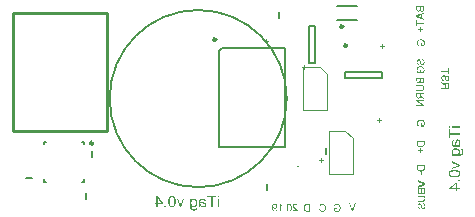
<source format=gbo>
%FSLAX25Y25*%
%MOIN*%
G70*
G01*
G75*
G04 Layer_Color=32896*
%ADD10R,0.02008X0.01575*%
%ADD11R,0.05315X0.01575*%
%ADD12R,0.07480X0.03937*%
%ADD13R,0.03937X0.04331*%
%ADD14R,0.05709X0.06299*%
%ADD15R,0.06693X0.05906*%
%ADD16R,0.05906X0.06693*%
%ADD17R,0.06614X0.03150*%
%ADD18R,0.05512X0.05079*%
%ADD19R,0.05118X0.05079*%
%ADD20R,0.03543X0.02756*%
%ADD21R,0.02756X0.03543*%
%ADD22R,0.05906X0.05118*%
%ADD23R,0.02953X0.05512*%
%ADD24O,0.00787X0.02756*%
%ADD25O,0.02756X0.00787*%
%ADD26R,0.20276X0.20276*%
%ADD27C,0.04000*%
%ADD28C,0.00800*%
%ADD29C,0.03347*%
%ADD30C,0.06000*%
%ADD31R,0.06000X0.06000*%
G04:AMPARAMS|DCode=32|XSize=59.06mil|YSize=74.8mil|CornerRadius=14.76mil|HoleSize=0mil|Usage=FLASHONLY|Rotation=270.000|XOffset=0mil|YOffset=0mil|HoleType=Round|Shape=RoundedRectangle|*
%AMROUNDEDRECTD32*
21,1,0.05906,0.04528,0,0,270.0*
21,1,0.02953,0.07480,0,0,270.0*
1,1,0.02953,-0.02264,-0.01476*
1,1,0.02953,-0.02264,0.01476*
1,1,0.02953,0.02264,0.01476*
1,1,0.02953,0.02264,-0.01476*
%
%ADD32ROUNDEDRECTD32*%
%ADD33C,0.05709*%
%ADD34C,0.05906*%
%ADD35C,0.03937*%
%ADD36C,0.02400*%
%ADD37C,0.04000*%
%ADD38C,0.06756*%
G04:AMPARAMS|DCode=39|XSize=87.559mil|YSize=87.559mil|CornerRadius=0mil|HoleSize=0mil|Usage=FLASHONLY|Rotation=0.000|XOffset=0mil|YOffset=0mil|HoleType=Round|Shape=Relief|Width=10mil|Gap=10mil|Entries=4|*
%AMTHD39*
7,0,0,0.08756,0.06756,0.01000,45*
%
%ADD39THD39*%
%ADD40C,0.07000*%
%ADD41C,0.07543*%
G04:AMPARAMS|DCode=42|XSize=95.433mil|YSize=95.433mil|CornerRadius=0mil|HoleSize=0mil|Usage=FLASHONLY|Rotation=0.000|XOffset=0mil|YOffset=0mil|HoleType=Round|Shape=Relief|Width=10mil|Gap=10mil|Entries=4|*
%AMTHD42*
7,0,0,0.09543,0.07543,0.01000,45*
%
%ADD42THD42*%
%ADD43O,0.09118X0.07150*%
%ADD44C,0.07347*%
%ADD45C,0.06559*%
%ADD46C,0.05969*%
G04:AMPARAMS|DCode=47|XSize=79.685mil|YSize=79.685mil|CornerRadius=0mil|HoleSize=0mil|Usage=FLASHONLY|Rotation=0.000|XOffset=0mil|YOffset=0mil|HoleType=Round|Shape=Relief|Width=10mil|Gap=10mil|Entries=4|*
%AMTHD47*
7,0,0,0.07969,0.05969,0.01000,45*
%
%ADD47THD47*%
G04:AMPARAMS|DCode=48|XSize=90mil|YSize=90mil|CornerRadius=0mil|HoleSize=0mil|Usage=FLASHONLY|Rotation=0.000|XOffset=0mil|YOffset=0mil|HoleType=Round|Shape=Relief|Width=10mil|Gap=10mil|Entries=4|*
%AMTHD48*
7,0,0,0.09000,0.07000,0.01000,45*
%
%ADD48THD48*%
%ADD49C,0.05200*%
G04:AMPARAMS|DCode=50|XSize=72mil|YSize=72mil|CornerRadius=0mil|HoleSize=0mil|Usage=FLASHONLY|Rotation=0.000|XOffset=0mil|YOffset=0mil|HoleType=Round|Shape=Relief|Width=10mil|Gap=10mil|Entries=4|*
%AMTHD50*
7,0,0,0.07200,0.05200,0.01000,45*
%
%ADD50THD50*%
%ADD51R,0.04331X0.03937*%
%ADD52R,0.03150X0.03150*%
%ADD53R,0.03543X0.08858*%
%ADD54R,0.03543X0.11024*%
%ADD55R,0.02559X0.00787*%
%ADD56R,0.00787X0.02559*%
G04:AMPARAMS|DCode=57|XSize=9.84mil|YSize=29.53mil|CornerRadius=2.46mil|HoleSize=0mil|Usage=FLASHONLY|Rotation=90.000|XOffset=0mil|YOffset=0mil|HoleType=Round|Shape=RoundedRectangle|*
%AMROUNDEDRECTD57*
21,1,0.00984,0.02461,0,0,90.0*
21,1,0.00492,0.02953,0,0,90.0*
1,1,0.00492,0.01230,0.00246*
1,1,0.00492,0.01230,-0.00246*
1,1,0.00492,-0.01230,-0.00246*
1,1,0.00492,-0.01230,0.00246*
%
%ADD57ROUNDEDRECTD57*%
G04:AMPARAMS|DCode=58|XSize=9.84mil|YSize=23.62mil|CornerRadius=2.46mil|HoleSize=0mil|Usage=FLASHONLY|Rotation=90.000|XOffset=0mil|YOffset=0mil|HoleType=Round|Shape=RoundedRectangle|*
%AMROUNDEDRECTD58*
21,1,0.00984,0.01870,0,0,90.0*
21,1,0.00492,0.02362,0,0,90.0*
1,1,0.00492,0.00935,0.00246*
1,1,0.00492,0.00935,-0.00246*
1,1,0.00492,-0.00935,-0.00246*
1,1,0.00492,-0.00935,0.00246*
%
%ADD58ROUNDEDRECTD58*%
%ADD59R,0.05000X0.04000*%
%ADD60R,0.02559X0.04331*%
%ADD61R,0.05512X0.08661*%
%ADD62R,0.05512X0.03543*%
%ADD63R,0.04000X0.05000*%
%ADD64R,0.05906X0.05512*%
%ADD65R,0.04331X0.02559*%
%ADD66C,0.02000*%
%ADD67C,0.01000*%
%ADD68C,0.01500*%
%ADD69C,0.00984*%
%ADD70C,0.00787*%
%ADD71C,0.00394*%
%ADD72R,0.06276X0.06276*%
%ADD73R,0.02808X0.02375*%
%ADD74R,0.06115X0.02375*%
%ADD75R,0.08280X0.04737*%
%ADD76R,0.04737X0.05131*%
%ADD77R,0.06509X0.07099*%
%ADD78R,0.07493X0.06706*%
%ADD79R,0.06706X0.07493*%
%ADD80R,0.07414X0.03950*%
%ADD81R,0.06312X0.05879*%
%ADD82R,0.05918X0.05879*%
%ADD83R,0.04343X0.03556*%
%ADD84R,0.03556X0.04343*%
%ADD85R,0.06706X0.05918*%
%ADD86R,0.03753X0.06312*%
%ADD87O,0.01587X0.03556*%
%ADD88O,0.03556X0.01587*%
%ADD89R,0.21076X0.21076*%
%ADD90C,0.05000*%
%ADD91C,0.04147*%
%ADD92C,0.06800*%
%ADD93R,0.06800X0.06800*%
G04:AMPARAMS|DCode=94|XSize=67.06mil|YSize=82.8mil|CornerRadius=18.76mil|HoleSize=0mil|Usage=FLASHONLY|Rotation=270.000|XOffset=0mil|YOffset=0mil|HoleType=Round|Shape=RoundedRectangle|*
%AMROUNDEDRECTD94*
21,1,0.06706,0.04528,0,0,270.0*
21,1,0.02953,0.08280,0,0,270.0*
1,1,0.03753,-0.02264,-0.01476*
1,1,0.03753,-0.02264,0.01476*
1,1,0.03753,0.02264,0.01476*
1,1,0.03753,0.02264,-0.01476*
%
%ADD94ROUNDEDRECTD94*%
%ADD95C,0.06509*%
%ADD96C,0.06706*%
%ADD97C,0.04737*%
%ADD98C,0.03200*%
%ADD99R,0.05131X0.04737*%
%ADD100R,0.03950X0.03950*%
%ADD101R,0.04343X0.09658*%
%ADD102R,0.04343X0.11824*%
%ADD103R,0.03359X0.01587*%
%ADD104R,0.01587X0.03359*%
G04:AMPARAMS|DCode=105|XSize=17.84mil|YSize=37.53mil|CornerRadius=6.46mil|HoleSize=0mil|Usage=FLASHONLY|Rotation=90.000|XOffset=0mil|YOffset=0mil|HoleType=Round|Shape=RoundedRectangle|*
%AMROUNDEDRECTD105*
21,1,0.01784,0.02461,0,0,90.0*
21,1,0.00492,0.03753,0,0,90.0*
1,1,0.01292,0.01230,0.00246*
1,1,0.01292,0.01230,-0.00246*
1,1,0.01292,-0.01230,-0.00246*
1,1,0.01292,-0.01230,0.00246*
%
%ADD105ROUNDEDRECTD105*%
G04:AMPARAMS|DCode=106|XSize=17.84mil|YSize=31.62mil|CornerRadius=6.46mil|HoleSize=0mil|Usage=FLASHONLY|Rotation=90.000|XOffset=0mil|YOffset=0mil|HoleType=Round|Shape=RoundedRectangle|*
%AMROUNDEDRECTD106*
21,1,0.01784,0.01870,0,0,90.0*
21,1,0.00492,0.03162,0,0,90.0*
1,1,0.01292,0.00935,0.00246*
1,1,0.01292,0.00935,-0.00246*
1,1,0.01292,-0.00935,-0.00246*
1,1,0.01292,-0.00935,0.00246*
%
%ADD106ROUNDEDRECTD106*%
%ADD107R,0.05800X0.04800*%
%ADD108R,0.03359X0.05131*%
%ADD109R,0.06312X0.09461*%
%ADD110R,0.06312X0.04343*%
%ADD111R,0.04800X0.05800*%
%ADD112R,0.06706X0.06312*%
%ADD113R,0.05131X0.03359*%
%ADD114C,0.00606*%
G36*
X69912Y-63630D02*
X69974Y-63638D01*
X70033Y-63649D01*
X70087Y-63661D01*
X70185Y-63700D01*
X70228Y-63723D01*
X70267Y-63743D01*
X70306Y-63766D01*
X70337Y-63790D01*
X70364Y-63809D01*
X70384Y-63825D01*
X70403Y-63841D01*
X70415Y-63852D01*
X70423Y-63860D01*
X70427Y-63864D01*
X70466Y-63911D01*
X70501Y-63958D01*
X70532Y-64008D01*
X70555Y-64063D01*
X70579Y-64113D01*
X70598Y-64168D01*
X70626Y-64266D01*
X70633Y-64312D01*
X70641Y-64355D01*
X70645Y-64394D01*
X70649Y-64425D01*
X70653Y-64453D01*
Y-64476D01*
Y-64488D01*
Y-64492D01*
X70649Y-64562D01*
X70645Y-64628D01*
X70633Y-64687D01*
X70618Y-64745D01*
X70602Y-64800D01*
X70583Y-64851D01*
X70563Y-64897D01*
X70544Y-64936D01*
X70524Y-64975D01*
X70505Y-65007D01*
X70485Y-65034D01*
X70469Y-65057D01*
X70454Y-65077D01*
X70442Y-65088D01*
X70438Y-65096D01*
X70434Y-65100D01*
X70391Y-65139D01*
X70349Y-65174D01*
X70302Y-65206D01*
X70259Y-65233D01*
X70212Y-65256D01*
X70169Y-65276D01*
X70083Y-65303D01*
X70009Y-65319D01*
X69978Y-65323D01*
X69951Y-65326D01*
X69927Y-65330D01*
X69896D01*
X69826Y-65326D01*
X69760Y-65315D01*
X69701Y-65303D01*
X69651Y-65284D01*
X69608Y-65268D01*
X69573Y-65256D01*
X69553Y-65245D01*
X69545Y-65241D01*
X69487Y-65202D01*
X69436Y-65163D01*
X69389Y-65120D01*
X69354Y-65081D01*
X69323Y-65049D01*
X69303Y-65018D01*
X69288Y-65003D01*
X69284Y-64995D01*
Y-65022D01*
Y-65042D01*
Y-65053D01*
Y-65057D01*
Y-65131D01*
X69292Y-65202D01*
X69300Y-65264D01*
X69307Y-65323D01*
X69315Y-65373D01*
X69323Y-65412D01*
X69327Y-65424D01*
Y-65436D01*
X69331Y-65439D01*
Y-65443D01*
X69350Y-65510D01*
X69370Y-65568D01*
X69389Y-65619D01*
X69405Y-65662D01*
X69424Y-65697D01*
X69436Y-65724D01*
X69444Y-65740D01*
X69448Y-65744D01*
X69475Y-65783D01*
X69506Y-65818D01*
X69533Y-65849D01*
X69565Y-65872D01*
X69588Y-65892D01*
X69608Y-65908D01*
X69623Y-65915D01*
X69627Y-65919D01*
X69670Y-65943D01*
X69713Y-65958D01*
X69756Y-65970D01*
X69795Y-65978D01*
X69830Y-65982D01*
X69857Y-65986D01*
X69881D01*
X69943Y-65982D01*
X69998Y-65970D01*
X70044Y-65954D01*
X70083Y-65939D01*
X70118Y-65923D01*
X70142Y-65908D01*
X70157Y-65896D01*
X70161Y-65892D01*
X70200Y-65853D01*
X70232Y-65802D01*
X70255Y-65751D01*
X70275Y-65701D01*
X70290Y-65658D01*
X70298Y-65619D01*
X70302Y-65603D01*
X70306Y-65592D01*
Y-65588D01*
Y-65584D01*
X70606Y-65607D01*
X70587Y-65716D01*
X70555Y-65810D01*
X70520Y-65892D01*
X70481Y-65958D01*
X70442Y-66009D01*
X70411Y-66048D01*
X70388Y-66071D01*
X70384Y-66075D01*
X70380Y-66079D01*
X70302Y-66134D01*
X70224Y-66173D01*
X70142Y-66204D01*
X70064Y-66223D01*
X69994Y-66235D01*
X69963Y-66239D01*
X69939D01*
X69916Y-66243D01*
X69888D01*
X69787Y-66235D01*
X69690Y-66220D01*
X69608Y-66196D01*
X69533Y-66169D01*
X69475Y-66141D01*
X69452Y-66130D01*
X69432Y-66118D01*
X69413Y-66106D01*
X69401Y-66102D01*
X69397Y-66095D01*
X69393D01*
X69319Y-66032D01*
X69257Y-65962D01*
X69202Y-65888D01*
X69155Y-65814D01*
X69120Y-65751D01*
X69108Y-65724D01*
X69097Y-65697D01*
X69089Y-65677D01*
X69081Y-65662D01*
X69077Y-65654D01*
Y-65650D01*
X69058Y-65592D01*
X69042Y-65533D01*
X69015Y-65404D01*
X68995Y-65272D01*
X68980Y-65147D01*
X68976Y-65088D01*
X68972Y-65038D01*
Y-64987D01*
X68968Y-64948D01*
Y-64913D01*
Y-64890D01*
Y-64870D01*
Y-64866D01*
Y-64780D01*
X68972Y-64698D01*
X68980Y-64624D01*
X68984Y-64554D01*
X68991Y-64492D01*
X69003Y-64433D01*
X69011Y-64379D01*
X69023Y-64332D01*
X69034Y-64289D01*
X69042Y-64250D01*
X69050Y-64219D01*
X69062Y-64195D01*
X69065Y-64176D01*
X69073Y-64160D01*
X69077Y-64152D01*
Y-64149D01*
X69120Y-64059D01*
X69171Y-63981D01*
X69225Y-63919D01*
X69276Y-63860D01*
X69323Y-63817D01*
X69358Y-63786D01*
X69374Y-63778D01*
X69385Y-63770D01*
X69389Y-63762D01*
X69393D01*
X69471Y-63716D01*
X69553Y-63684D01*
X69627Y-63661D01*
X69697Y-63642D01*
X69760Y-63634D01*
X69787Y-63630D01*
X69806D01*
X69826Y-63626D01*
X69849D01*
X69912Y-63630D01*
D02*
G37*
G36*
X42964Y-61957D02*
X43087Y-61980D01*
X43192Y-62010D01*
X43291Y-62045D01*
X43367Y-62080D01*
X43426Y-62109D01*
X43444Y-62121D01*
X43461Y-62132D01*
X43467Y-62138D01*
X43473D01*
X43572Y-62214D01*
X43654Y-62296D01*
X43724Y-62384D01*
X43789Y-62466D01*
X43835Y-62542D01*
X43865Y-62600D01*
X43876Y-62624D01*
X43888Y-62641D01*
X43894Y-62653D01*
Y-62659D01*
X43941Y-62788D01*
X43976Y-62916D01*
X43999Y-63039D01*
X44017Y-63156D01*
X44028Y-63250D01*
Y-63291D01*
X44034Y-63326D01*
Y-63355D01*
Y-63378D01*
Y-63390D01*
Y-63396D01*
X44028Y-63501D01*
X44023Y-63607D01*
X43988Y-63794D01*
X43958Y-63882D01*
X43935Y-63964D01*
X43906Y-64039D01*
X43876Y-64110D01*
X43847Y-64174D01*
X43818Y-64227D01*
X43789Y-64274D01*
X43765Y-64314D01*
X43748Y-64350D01*
X43730Y-64373D01*
X43724Y-64385D01*
X43718Y-64390D01*
X43654Y-64461D01*
X43590Y-64525D01*
X43519Y-64578D01*
X43444Y-64625D01*
X43373Y-64665D01*
X43297Y-64701D01*
X43227Y-64730D01*
X43157Y-64747D01*
X43087Y-64765D01*
X43028Y-64777D01*
X42970Y-64788D01*
X42923Y-64794D01*
X42882Y-64800D01*
X42829D01*
X42747Y-64794D01*
X42665Y-64782D01*
X42589Y-64765D01*
X42519Y-64741D01*
X42385Y-64683D01*
X42274Y-64619D01*
X42186Y-64554D01*
X42151Y-64519D01*
X42116Y-64496D01*
X42092Y-64472D01*
X42074Y-64455D01*
X42069Y-64443D01*
X42063Y-64437D01*
Y-64519D01*
Y-64595D01*
Y-64660D01*
Y-64724D01*
X42069Y-64777D01*
Y-64829D01*
X42080Y-64911D01*
X42086Y-64970D01*
X42092Y-65011D01*
X42098Y-65034D01*
Y-65040D01*
X42127Y-65122D01*
X42162Y-65198D01*
X42197Y-65256D01*
X42238Y-65309D01*
X42279Y-65350D01*
X42309Y-65379D01*
X42332Y-65397D01*
X42338Y-65403D01*
X42408Y-65449D01*
X42490Y-65479D01*
X42572Y-65502D01*
X42654Y-65520D01*
X42730Y-65531D01*
X42788Y-65537D01*
X42841D01*
X42946Y-65531D01*
X43046Y-65514D01*
X43128Y-65496D01*
X43192Y-65467D01*
X43250Y-65443D01*
X43286Y-65426D01*
X43315Y-65408D01*
X43321Y-65403D01*
X43367Y-65362D01*
X43402Y-65315D01*
X43432Y-65262D01*
X43455Y-65210D01*
X43467Y-65163D01*
X43479Y-65128D01*
X43484Y-65104D01*
Y-65092D01*
X43941Y-65028D01*
Y-65110D01*
X43929Y-65186D01*
X43900Y-65321D01*
X43853Y-65438D01*
X43800Y-65531D01*
X43742Y-65607D01*
X43695Y-65660D01*
X43660Y-65689D01*
X43654Y-65701D01*
X43648D01*
X43525Y-65777D01*
X43391Y-65835D01*
X43256Y-65871D01*
X43128Y-65900D01*
X43016Y-65917D01*
X42964Y-65923D01*
X42923D01*
X42888Y-65929D01*
X42841D01*
X42689Y-65923D01*
X42554Y-65906D01*
X42431Y-65876D01*
X42326Y-65847D01*
X42244Y-65824D01*
X42186Y-65794D01*
X42162Y-65783D01*
X42145Y-65777D01*
X42139Y-65771D01*
X42133D01*
X42034Y-65707D01*
X41946Y-65636D01*
X41876Y-65566D01*
X41817Y-65496D01*
X41776Y-65432D01*
X41741Y-65385D01*
X41724Y-65350D01*
X41718Y-65344D01*
Y-65338D01*
X41694Y-65286D01*
X41671Y-65221D01*
X41642Y-65081D01*
X41618Y-64929D01*
X41601Y-64782D01*
X41595Y-64712D01*
X41589Y-64642D01*
Y-64584D01*
X41583Y-64531D01*
Y-64484D01*
Y-64455D01*
Y-64431D01*
Y-64426D01*
Y-62015D01*
X42016D01*
Y-62355D01*
X42074Y-62284D01*
X42139Y-62220D01*
X42209Y-62168D01*
X42274Y-62121D01*
X42344Y-62080D01*
X42414Y-62050D01*
X42478Y-62021D01*
X42542Y-62004D01*
X42654Y-61975D01*
X42706Y-61963D01*
X42747Y-61957D01*
X42782Y-61951D01*
X42829D01*
X42964Y-61957D01*
D02*
G37*
G36*
X71698Y-63688D02*
X71741Y-63751D01*
X71788Y-63809D01*
X71834Y-63864D01*
X71877Y-63907D01*
X71912Y-63942D01*
X71936Y-63965D01*
X71940Y-63969D01*
X71944Y-63973D01*
X72018Y-64035D01*
X72096Y-64094D01*
X72174Y-64145D01*
X72244Y-64188D01*
X72306Y-64223D01*
X72334Y-64234D01*
X72357Y-64246D01*
X72373Y-64258D01*
X72388Y-64266D01*
X72396Y-64270D01*
X72400D01*
Y-64578D01*
X72345Y-64554D01*
X72287Y-64527D01*
X72232Y-64504D01*
X72182Y-64476D01*
X72139Y-64453D01*
X72104Y-64433D01*
X72080Y-64418D01*
X72076Y-64414D01*
X72072D01*
X72006Y-64375D01*
X71948Y-64332D01*
X71897Y-64297D01*
X71854Y-64262D01*
X71819Y-64234D01*
X71792Y-64215D01*
X71776Y-64199D01*
X71772Y-64195D01*
Y-66200D01*
X71456D01*
Y-63626D01*
X71663D01*
X71698Y-63688D01*
D02*
G37*
G36*
X74731Y-63634D02*
X74821Y-63649D01*
X74903Y-63673D01*
X74969Y-63700D01*
X75024Y-63731D01*
X75063Y-63755D01*
X75078Y-63762D01*
X75090Y-63770D01*
X75094Y-63778D01*
X75098D01*
X75164Y-63841D01*
X75218Y-63907D01*
X75265Y-63977D01*
X75304Y-64047D01*
X75336Y-64110D01*
X75347Y-64137D01*
X75355Y-64160D01*
X75363Y-64180D01*
X75371Y-64195D01*
X75375Y-64203D01*
Y-64207D01*
X75390Y-64262D01*
X75406Y-64316D01*
X75425Y-64437D01*
X75441Y-64558D01*
X75453Y-64675D01*
X75456Y-64730D01*
X75460Y-64780D01*
Y-64823D01*
X75464Y-64862D01*
Y-64894D01*
Y-64917D01*
Y-64933D01*
Y-64936D01*
X75460Y-65065D01*
X75453Y-65190D01*
X75441Y-65299D01*
X75425Y-65404D01*
X75406Y-65498D01*
X75386Y-65584D01*
X75363Y-65662D01*
X75339Y-65728D01*
X75316Y-65790D01*
X75293Y-65841D01*
X75273Y-65884D01*
X75254Y-65919D01*
X75238Y-65947D01*
X75226Y-65966D01*
X75218Y-65978D01*
X75215Y-65982D01*
X75172Y-66028D01*
X75129Y-66067D01*
X75082Y-66102D01*
X75031Y-66134D01*
X74985Y-66157D01*
X74934Y-66180D01*
X74840Y-66212D01*
X74797Y-66220D01*
X74758Y-66227D01*
X74723Y-66235D01*
X74692Y-66239D01*
X74665Y-66243D01*
X74630D01*
X74528Y-66235D01*
X74439Y-66220D01*
X74361Y-66196D01*
X74290Y-66169D01*
X74240Y-66141D01*
X74197Y-66118D01*
X74185Y-66106D01*
X74173Y-66102D01*
X74169Y-66095D01*
X74165D01*
X74099Y-66032D01*
X74045Y-65962D01*
X73998Y-65892D01*
X73959Y-65822D01*
X73928Y-65759D01*
X73916Y-65736D01*
X73904Y-65712D01*
X73896Y-65693D01*
X73892Y-65677D01*
X73889Y-65670D01*
Y-65666D01*
X73873Y-65611D01*
X73857Y-65557D01*
X73834Y-65436D01*
X73818Y-65315D01*
X73807Y-65198D01*
X73803Y-65143D01*
X73799Y-65092D01*
Y-65049D01*
X73795Y-65010D01*
Y-64979D01*
Y-64956D01*
Y-64940D01*
Y-64936D01*
X73799Y-64800D01*
Y-64741D01*
X73803Y-64683D01*
X73807Y-64628D01*
X73814Y-64578D01*
X73818Y-64535D01*
X73822Y-64492D01*
X73830Y-64457D01*
X73834Y-64422D01*
X73838Y-64394D01*
X73846Y-64375D01*
X73850Y-64355D01*
Y-64344D01*
X73853Y-64336D01*
Y-64332D01*
X73877Y-64250D01*
X73904Y-64176D01*
X73931Y-64110D01*
X73955Y-64055D01*
X73978Y-64012D01*
X73998Y-63977D01*
X74010Y-63958D01*
X74013Y-63950D01*
X74052Y-63895D01*
X74095Y-63848D01*
X74138Y-63805D01*
X74177Y-63770D01*
X74216Y-63747D01*
X74243Y-63727D01*
X74263Y-63716D01*
X74271Y-63712D01*
X74329Y-63684D01*
X74392Y-63661D01*
X74454Y-63645D01*
X74509Y-63638D01*
X74555Y-63630D01*
X74594Y-63626D01*
X74630D01*
X74731Y-63634D01*
D02*
G37*
G36*
X51300Y-61495D02*
X50826D01*
Y-60957D01*
X51300D01*
Y-61495D01*
D02*
G37*
G36*
X76673Y-63630D02*
X76736Y-63634D01*
X76853Y-63657D01*
X76903Y-63669D01*
X76954Y-63684D01*
X76997Y-63704D01*
X77036Y-63720D01*
X77071Y-63739D01*
X77102Y-63755D01*
X77130Y-63774D01*
X77153Y-63786D01*
X77169Y-63798D01*
X77180Y-63809D01*
X77188Y-63813D01*
X77192Y-63817D01*
X77231Y-63856D01*
X77262Y-63895D01*
X77321Y-63985D01*
X77364Y-64074D01*
X77395Y-64164D01*
X77418Y-64242D01*
X77422Y-64277D01*
X77430Y-64309D01*
X77434Y-64332D01*
X77438Y-64351D01*
Y-64363D01*
Y-64367D01*
X77114Y-64402D01*
X77106Y-64316D01*
X77091Y-64242D01*
X77071Y-64180D01*
X77044Y-64125D01*
X77020Y-64082D01*
X76997Y-64051D01*
X76981Y-64035D01*
X76977Y-64028D01*
X76923Y-63981D01*
X76864Y-63946D01*
X76802Y-63922D01*
X76743Y-63903D01*
X76693Y-63895D01*
X76654Y-63891D01*
X76638Y-63887D01*
X76615D01*
X76537Y-63891D01*
X76467Y-63907D01*
X76408Y-63926D01*
X76357Y-63950D01*
X76318Y-63977D01*
X76287Y-63996D01*
X76271Y-64012D01*
X76264Y-64016D01*
X76217Y-64067D01*
X76186Y-64121D01*
X76162Y-64172D01*
X76143Y-64223D01*
X76135Y-64266D01*
X76131Y-64301D01*
X76127Y-64324D01*
Y-64328D01*
Y-64332D01*
X76135Y-64398D01*
X76151Y-64468D01*
X76174Y-64531D01*
X76201Y-64589D01*
X76229Y-64640D01*
X76252Y-64679D01*
X76260Y-64695D01*
X76268Y-64706D01*
X76275Y-64710D01*
Y-64714D01*
X76307Y-64753D01*
X76342Y-64796D01*
X76381Y-64839D01*
X76428Y-64882D01*
X76521Y-64972D01*
X76615Y-65061D01*
X76701Y-65135D01*
X76740Y-65170D01*
X76775Y-65198D01*
X76802Y-65225D01*
X76821Y-65241D01*
X76837Y-65252D01*
X76841Y-65256D01*
X76934Y-65338D01*
X77020Y-65412D01*
X77091Y-65478D01*
X77149Y-65533D01*
X77196Y-65580D01*
X77227Y-65615D01*
X77246Y-65638D01*
X77254Y-65642D01*
Y-65646D01*
X77305Y-65709D01*
X77344Y-65767D01*
X77383Y-65826D01*
X77410Y-65876D01*
X77434Y-65923D01*
X77449Y-65954D01*
X77457Y-65978D01*
X77461Y-65982D01*
Y-65986D01*
X77473Y-66025D01*
X77484Y-66063D01*
X77488Y-66099D01*
X77492Y-66130D01*
X77496Y-66157D01*
Y-66180D01*
Y-66196D01*
Y-66200D01*
X75800D01*
Y-65900D01*
X77059D01*
X77016Y-65837D01*
X76973Y-65787D01*
X76954Y-65763D01*
X76938Y-65748D01*
X76931Y-65736D01*
X76927Y-65732D01*
X76907Y-65712D01*
X76888Y-65693D01*
X76837Y-65646D01*
X76775Y-65592D01*
X76716Y-65537D01*
X76658Y-65486D01*
X76611Y-65447D01*
X76591Y-65432D01*
X76576Y-65420D01*
X76568Y-65412D01*
X76564Y-65408D01*
X76502Y-65354D01*
X76447Y-65307D01*
X76392Y-65260D01*
X76346Y-65217D01*
X76303Y-65174D01*
X76264Y-65139D01*
X76225Y-65104D01*
X76193Y-65073D01*
X76166Y-65046D01*
X76143Y-65022D01*
X76108Y-64987D01*
X76088Y-64964D01*
X76080Y-64956D01*
X76030Y-64894D01*
X75983Y-64839D01*
X75948Y-64784D01*
X75920Y-64737D01*
X75897Y-64698D01*
X75881Y-64671D01*
X75874Y-64652D01*
X75870Y-64644D01*
X75846Y-64589D01*
X75831Y-64535D01*
X75819Y-64484D01*
X75811Y-64437D01*
X75807Y-64398D01*
X75804Y-64367D01*
Y-64347D01*
Y-64340D01*
X75807Y-64285D01*
X75811Y-64231D01*
X75839Y-64133D01*
X75874Y-64047D01*
X75913Y-63973D01*
X75952Y-63915D01*
X75971Y-63891D01*
X75987Y-63868D01*
X76002Y-63852D01*
X76014Y-63841D01*
X76018Y-63837D01*
X76022Y-63833D01*
X76065Y-63798D01*
X76108Y-63762D01*
X76155Y-63735D01*
X76205Y-63712D01*
X76303Y-63677D01*
X76396Y-63653D01*
X76439Y-63642D01*
X76478Y-63638D01*
X76513Y-63634D01*
X76544Y-63630D01*
X76572Y-63626D01*
X76607D01*
X76673Y-63630D01*
D02*
G37*
G36*
X118685Y-45898D02*
X119387D01*
Y-46194D01*
X118685D01*
Y-46892D01*
X118392D01*
Y-46194D01*
X117694D01*
Y-45898D01*
X118392D01*
Y-45200D01*
X118685D01*
Y-45898D01*
D02*
G37*
G36*
X119800Y-51720D02*
X119796Y-51806D01*
X119792Y-51884D01*
X119784Y-51954D01*
X119777Y-52013D01*
X119769Y-52064D01*
X119765Y-52099D01*
X119757Y-52122D01*
Y-52130D01*
X119738Y-52196D01*
X119718Y-52255D01*
X119699Y-52305D01*
X119679Y-52348D01*
X119660Y-52383D01*
X119644Y-52411D01*
X119636Y-52430D01*
X119632Y-52434D01*
X119597Y-52481D01*
X119558Y-52524D01*
X119519Y-52567D01*
X119484Y-52598D01*
X119449Y-52629D01*
X119422Y-52649D01*
X119406Y-52664D01*
X119398Y-52668D01*
X119340Y-52707D01*
X119277Y-52742D01*
X119215Y-52773D01*
X119157Y-52797D01*
X119102Y-52816D01*
X119063Y-52832D01*
X119047Y-52836D01*
X119036Y-52840D01*
X119028Y-52844D01*
X119024D01*
X118938Y-52867D01*
X118848Y-52883D01*
X118759Y-52898D01*
X118681Y-52906D01*
X118611Y-52910D01*
X118579D01*
X118556Y-52914D01*
X118505D01*
X118380Y-52910D01*
X118267Y-52898D01*
X118166Y-52883D01*
X118119Y-52871D01*
X118076Y-52863D01*
X118037Y-52855D01*
X118002Y-52844D01*
X117971Y-52836D01*
X117947Y-52828D01*
X117928Y-52820D01*
X117912Y-52816D01*
X117905Y-52812D01*
X117901D01*
X117803Y-52770D01*
X117717Y-52723D01*
X117643Y-52672D01*
X117581Y-52621D01*
X117530Y-52578D01*
X117491Y-52543D01*
X117468Y-52516D01*
X117460Y-52512D01*
Y-52508D01*
X117413Y-52446D01*
X117374Y-52383D01*
X117343Y-52321D01*
X117320Y-52263D01*
X117300Y-52212D01*
X117288Y-52169D01*
X117281Y-52153D01*
Y-52145D01*
X117277Y-52138D01*
Y-52134D01*
X117265Y-52071D01*
X117253Y-51997D01*
X117245Y-51919D01*
X117242Y-51849D01*
X117238Y-51783D01*
Y-51752D01*
Y-51728D01*
Y-51705D01*
Y-51689D01*
Y-51681D01*
Y-51678D01*
Y-50800D01*
X119800D01*
Y-51720D01*
D02*
G37*
G36*
X119271Y-63411D02*
X119357Y-63427D01*
X119438Y-63450D01*
X119505Y-63474D01*
X119563Y-63497D01*
X119587Y-63509D01*
X119606Y-63521D01*
X119622Y-63528D01*
X119633Y-63536D01*
X119637Y-63540D01*
X119641D01*
X119711Y-63595D01*
X119774Y-63657D01*
X119825Y-63716D01*
X119867Y-63778D01*
X119903Y-63829D01*
X119926Y-63872D01*
X119934Y-63887D01*
X119941Y-63899D01*
X119945Y-63907D01*
Y-63911D01*
X119977Y-64004D01*
X120000Y-64102D01*
X120019Y-64199D01*
X120031Y-64289D01*
X120035Y-64332D01*
X120039Y-64371D01*
Y-64406D01*
X120043Y-64433D01*
Y-64457D01*
Y-64476D01*
Y-64488D01*
Y-64492D01*
X120039Y-64593D01*
X120027Y-64683D01*
X120012Y-64769D01*
X119992Y-64839D01*
X119977Y-64901D01*
X119969Y-64925D01*
X119961Y-64944D01*
X119953Y-64960D01*
X119949Y-64971D01*
X119945Y-64979D01*
Y-64983D01*
X119903Y-65061D01*
X119860Y-65131D01*
X119813Y-65190D01*
X119766Y-65237D01*
X119727Y-65276D01*
X119696Y-65299D01*
X119672Y-65319D01*
X119665Y-65322D01*
X119598Y-65361D01*
X119528Y-65389D01*
X119462Y-65412D01*
X119403Y-65424D01*
X119353Y-65432D01*
X119314Y-65439D01*
X119279D01*
X119204Y-65435D01*
X119134Y-65424D01*
X119072Y-65404D01*
X119021Y-65385D01*
X118974Y-65365D01*
X118943Y-65346D01*
X118924Y-65334D01*
X118916Y-65330D01*
X118861Y-65287D01*
X118810Y-65237D01*
X118764Y-65182D01*
X118725Y-65127D01*
X118697Y-65077D01*
X118674Y-65038D01*
X118666Y-65022D01*
X118658Y-65014D01*
X118655Y-65007D01*
Y-65003D01*
X118643Y-64971D01*
X118627Y-64932D01*
X118612Y-64893D01*
X118600Y-64847D01*
X118573Y-64753D01*
X118545Y-64659D01*
X118526Y-64574D01*
X118514Y-64535D01*
X118506Y-64499D01*
X118499Y-64472D01*
X118495Y-64453D01*
X118491Y-64437D01*
Y-64433D01*
X118471Y-64359D01*
X118456Y-64293D01*
X118440Y-64234D01*
X118421Y-64180D01*
X118405Y-64133D01*
X118393Y-64094D01*
X118378Y-64059D01*
X118362Y-64028D01*
X118350Y-64000D01*
X118342Y-63977D01*
X118331Y-63961D01*
X118323Y-63950D01*
X118311Y-63930D01*
X118307Y-63926D01*
X118272Y-63895D01*
X118237Y-63872D01*
X118198Y-63852D01*
X118163Y-63840D01*
X118132Y-63833D01*
X118105Y-63829D01*
X118081D01*
X118023Y-63836D01*
X117972Y-63852D01*
X117925Y-63872D01*
X117886Y-63899D01*
X117851Y-63922D01*
X117828Y-63946D01*
X117812Y-63961D01*
X117808Y-63965D01*
X117789Y-63993D01*
X117769Y-64024D01*
X117742Y-64094D01*
X117722Y-64168D01*
X117711Y-64242D01*
X117699Y-64308D01*
Y-64340D01*
X117695Y-64363D01*
Y-64386D01*
Y-64402D01*
Y-64410D01*
Y-64414D01*
X117699Y-64519D01*
X117715Y-64609D01*
X117734Y-64687D01*
X117757Y-64749D01*
X117781Y-64796D01*
X117800Y-64831D01*
X117816Y-64850D01*
X117820Y-64858D01*
X117871Y-64909D01*
X117929Y-64952D01*
X117988Y-64983D01*
X118046Y-65007D01*
X118101Y-65022D01*
X118144Y-65030D01*
X118159Y-65034D01*
X118171Y-65038D01*
X118183D01*
X118159Y-65361D01*
X118077Y-65354D01*
X118003Y-65338D01*
X117933Y-65315D01*
X117875Y-65291D01*
X117828Y-65272D01*
X117789Y-65252D01*
X117765Y-65237D01*
X117757Y-65233D01*
X117695Y-65186D01*
X117640Y-65131D01*
X117594Y-65077D01*
X117555Y-65022D01*
X117527Y-64971D01*
X117504Y-64932D01*
X117496Y-64917D01*
X117492Y-64905D01*
X117488Y-64901D01*
Y-64897D01*
X117457Y-64815D01*
X117434Y-64730D01*
X117418Y-64644D01*
X117406Y-64566D01*
X117399Y-64499D01*
Y-64472D01*
X117395Y-64445D01*
Y-64425D01*
Y-64410D01*
Y-64402D01*
Y-64398D01*
X117399Y-64305D01*
X117410Y-64215D01*
X117422Y-64137D01*
X117438Y-64067D01*
X117457Y-64012D01*
X117465Y-63989D01*
X117469Y-63969D01*
X117477Y-63950D01*
X117481Y-63938D01*
X117484Y-63934D01*
Y-63930D01*
X117520Y-63856D01*
X117562Y-63790D01*
X117605Y-63735D01*
X117644Y-63692D01*
X117683Y-63657D01*
X117715Y-63630D01*
X117734Y-63614D01*
X117738Y-63610D01*
X117742D01*
X117804Y-63575D01*
X117871Y-63548D01*
X117929Y-63528D01*
X117988Y-63517D01*
X118034Y-63509D01*
X118070Y-63501D01*
X118105D01*
X118167Y-63505D01*
X118229Y-63517D01*
X118284Y-63528D01*
X118331Y-63548D01*
X118370Y-63564D01*
X118397Y-63575D01*
X118417Y-63587D01*
X118424Y-63591D01*
X118475Y-63630D01*
X118522Y-63673D01*
X118561Y-63716D01*
X118596Y-63762D01*
X118623Y-63801D01*
X118643Y-63833D01*
X118658Y-63856D01*
X118662Y-63860D01*
Y-63864D01*
X118678Y-63891D01*
X118690Y-63926D01*
X118717Y-64000D01*
X118744Y-64082D01*
X118772Y-64164D01*
X118791Y-64238D01*
X118799Y-64269D01*
X118807Y-64297D01*
X118814Y-64320D01*
X118818Y-64340D01*
X118822Y-64351D01*
Y-64355D01*
X118838Y-64418D01*
X118853Y-64476D01*
X118865Y-64531D01*
X118877Y-64578D01*
X118888Y-64617D01*
X118900Y-64656D01*
X118908Y-64687D01*
X118916Y-64718D01*
X118924Y-64741D01*
X118931Y-64761D01*
X118939Y-64792D01*
X118943Y-64808D01*
X118947Y-64811D01*
X118970Y-64866D01*
X118998Y-64917D01*
X119021Y-64956D01*
X119044Y-64987D01*
X119068Y-65010D01*
X119083Y-65030D01*
X119095Y-65038D01*
X119099Y-65042D01*
X119134Y-65065D01*
X119169Y-65081D01*
X119204Y-65096D01*
X119239Y-65104D01*
X119267Y-65108D01*
X119290Y-65112D01*
X119310D01*
X119353Y-65108D01*
X119392Y-65100D01*
X119431Y-65088D01*
X119462Y-65077D01*
X119489Y-65061D01*
X119509Y-65049D01*
X119524Y-65042D01*
X119528Y-65038D01*
X119563Y-65007D01*
X119594Y-64971D01*
X119622Y-64936D01*
X119645Y-64897D01*
X119665Y-64866D01*
X119676Y-64839D01*
X119684Y-64823D01*
X119688Y-64815D01*
X119708Y-64757D01*
X119719Y-64698D01*
X119731Y-64644D01*
X119735Y-64589D01*
X119739Y-64546D01*
X119743Y-64507D01*
Y-64484D01*
Y-64480D01*
Y-64476D01*
X119739Y-64398D01*
X119731Y-64324D01*
X119719Y-64254D01*
X119704Y-64199D01*
X119692Y-64148D01*
X119680Y-64113D01*
X119672Y-64090D01*
X119668Y-64086D01*
Y-64082D01*
X119637Y-64024D01*
X119606Y-63969D01*
X119571Y-63926D01*
X119540Y-63891D01*
X119512Y-63860D01*
X119489Y-63840D01*
X119474Y-63829D01*
X119470Y-63825D01*
X119419Y-63797D01*
X119368Y-63774D01*
X119314Y-63758D01*
X119263Y-63743D01*
X119216Y-63735D01*
X119181Y-63727D01*
X119158Y-63723D01*
X119150D01*
X119177Y-63404D01*
X119271Y-63411D01*
D02*
G37*
G36*
X119064Y-60943D02*
X119130Y-60947D01*
X119193Y-60954D01*
X119247Y-60962D01*
X119302Y-60970D01*
X119349Y-60978D01*
X119392Y-60989D01*
X119431Y-60997D01*
X119466Y-61005D01*
X119497Y-61013D01*
X119520Y-61021D01*
X119540Y-61028D01*
X119552Y-61032D01*
X119559Y-61036D01*
X119563D01*
X119645Y-61079D01*
X119719Y-61130D01*
X119778Y-61181D01*
X119828Y-61235D01*
X119871Y-61282D01*
X119899Y-61325D01*
X119910Y-61340D01*
X119914Y-61348D01*
X119922Y-61356D01*
Y-61360D01*
X119961Y-61450D01*
X119992Y-61551D01*
X120012Y-61649D01*
X120027Y-61742D01*
X120031Y-61785D01*
X120035Y-61824D01*
X120039Y-61859D01*
Y-61890D01*
X120043Y-61914D01*
Y-61933D01*
Y-61945D01*
Y-61949D01*
X120035Y-62081D01*
X120019Y-62199D01*
X120012Y-62253D01*
X120000Y-62300D01*
X119984Y-62347D01*
X119973Y-62386D01*
X119961Y-62421D01*
X119945Y-62456D01*
X119934Y-62483D01*
X119926Y-62503D01*
X119914Y-62522D01*
X119910Y-62534D01*
X119903Y-62542D01*
Y-62546D01*
X119844Y-62624D01*
X119785Y-62694D01*
X119723Y-62748D01*
X119665Y-62791D01*
X119610Y-62823D01*
X119571Y-62846D01*
X119555Y-62854D01*
X119544Y-62858D01*
X119536Y-62862D01*
X119532D01*
X119442Y-62893D01*
X119341Y-62912D01*
X119239Y-62928D01*
X119142Y-62940D01*
X119095Y-62943D01*
X119052Y-62947D01*
X119017D01*
X118982Y-62951D01*
X117438D01*
Y-62612D01*
X119006D01*
X119087Y-62604D01*
X119158Y-62596D01*
X119224Y-62589D01*
X119286Y-62577D01*
X119337Y-62561D01*
X119384Y-62546D01*
X119427Y-62534D01*
X119462Y-62518D01*
X119493Y-62503D01*
X119516Y-62491D01*
X119536Y-62475D01*
X119552Y-62468D01*
X119563Y-62460D01*
X119567Y-62452D01*
X119571D01*
X119602Y-62421D01*
X119626Y-62382D01*
X119668Y-62300D01*
X119696Y-62214D01*
X119719Y-62124D01*
X119731Y-62046D01*
X119735Y-62011D01*
Y-61980D01*
X119739Y-61953D01*
Y-61933D01*
Y-61922D01*
Y-61918D01*
X119735Y-61840D01*
X119727Y-61769D01*
X119711Y-61707D01*
X119696Y-61652D01*
X119684Y-61610D01*
X119668Y-61578D01*
X119661Y-61559D01*
X119657Y-61551D01*
X119622Y-61497D01*
X119583Y-61454D01*
X119540Y-61415D01*
X119501Y-61387D01*
X119466Y-61364D01*
X119438Y-61348D01*
X119419Y-61340D01*
X119411Y-61337D01*
X119380Y-61325D01*
X119345Y-61317D01*
X119267Y-61301D01*
X119185Y-61294D01*
X119107Y-61286D01*
X119033Y-61282D01*
X119002Y-61278D01*
X117438D01*
Y-60939D01*
X118994D01*
X119064Y-60943D01*
D02*
G37*
G36*
X119800Y-43620D02*
X119796Y-43706D01*
X119792Y-43784D01*
X119784Y-43854D01*
X119777Y-43913D01*
X119769Y-43964D01*
X119765Y-43999D01*
X119757Y-44022D01*
Y-44030D01*
X119738Y-44096D01*
X119718Y-44155D01*
X119699Y-44205D01*
X119679Y-44248D01*
X119660Y-44283D01*
X119644Y-44311D01*
X119636Y-44330D01*
X119632Y-44334D01*
X119597Y-44381D01*
X119558Y-44424D01*
X119519Y-44467D01*
X119484Y-44498D01*
X119449Y-44529D01*
X119422Y-44549D01*
X119406Y-44564D01*
X119398Y-44568D01*
X119340Y-44607D01*
X119277Y-44642D01*
X119215Y-44673D01*
X119157Y-44697D01*
X119102Y-44716D01*
X119063Y-44732D01*
X119047Y-44736D01*
X119036Y-44740D01*
X119028Y-44744D01*
X119024D01*
X118938Y-44767D01*
X118848Y-44783D01*
X118759Y-44798D01*
X118681Y-44806D01*
X118611Y-44810D01*
X118579D01*
X118556Y-44814D01*
X118505D01*
X118380Y-44810D01*
X118267Y-44798D01*
X118166Y-44783D01*
X118119Y-44771D01*
X118076Y-44763D01*
X118037Y-44755D01*
X118002Y-44744D01*
X117971Y-44736D01*
X117947Y-44728D01*
X117928Y-44720D01*
X117912Y-44716D01*
X117905Y-44712D01*
X117901D01*
X117803Y-44669D01*
X117717Y-44623D01*
X117643Y-44572D01*
X117581Y-44521D01*
X117530Y-44478D01*
X117491Y-44443D01*
X117468Y-44416D01*
X117460Y-44412D01*
Y-44408D01*
X117413Y-44346D01*
X117374Y-44283D01*
X117343Y-44221D01*
X117320Y-44162D01*
X117300Y-44112D01*
X117288Y-44069D01*
X117281Y-44053D01*
Y-44045D01*
X117277Y-44038D01*
Y-44034D01*
X117265Y-43971D01*
X117253Y-43897D01*
X117245Y-43819D01*
X117242Y-43749D01*
X117238Y-43683D01*
Y-43652D01*
Y-43628D01*
Y-43605D01*
Y-43589D01*
Y-43581D01*
Y-43578D01*
Y-42700D01*
X119800D01*
Y-43620D01*
D02*
G37*
G36*
X45789Y-61957D02*
X45912Y-61969D01*
X46018Y-61980D01*
X46111Y-61998D01*
X46187Y-62021D01*
X46246Y-62033D01*
X46263Y-62039D01*
X46281Y-62045D01*
X46286Y-62050D01*
X46292D01*
X46386Y-62091D01*
X46468Y-62138D01*
X46544Y-62185D01*
X46602Y-62226D01*
X46649Y-62267D01*
X46679Y-62302D01*
X46702Y-62326D01*
X46708Y-62331D01*
X46760Y-62401D01*
X46801Y-62483D01*
X46837Y-62559D01*
X46866Y-62635D01*
X46883Y-62706D01*
X46901Y-62758D01*
X46907Y-62793D01*
X46913Y-62799D01*
Y-62805D01*
X46450Y-62870D01*
X46421Y-62770D01*
X46380Y-62682D01*
X46345Y-62612D01*
X46304Y-62554D01*
X46269Y-62513D01*
X46240Y-62483D01*
X46222Y-62466D01*
X46216Y-62460D01*
X46152Y-62419D01*
X46070Y-62390D01*
X45994Y-62372D01*
X45912Y-62355D01*
X45836Y-62349D01*
X45778Y-62343D01*
X45725D01*
X45602Y-62349D01*
X45491Y-62366D01*
X45397Y-62396D01*
X45321Y-62425D01*
X45263Y-62454D01*
X45222Y-62483D01*
X45193Y-62501D01*
X45187Y-62507D01*
X45140Y-62559D01*
X45111Y-62618D01*
X45087Y-62688D01*
X45070Y-62752D01*
X45058Y-62811D01*
X45052Y-62864D01*
Y-62899D01*
Y-62905D01*
Y-62910D01*
Y-62922D01*
Y-62940D01*
Y-62981D01*
X45058Y-63016D01*
Y-63027D01*
Y-63033D01*
X45111Y-63051D01*
X45169Y-63068D01*
X45304Y-63103D01*
X45444Y-63127D01*
X45579Y-63150D01*
X45707Y-63174D01*
X45760Y-63179D01*
X45807Y-63185D01*
X45848Y-63191D01*
X45877D01*
X45895Y-63197D01*
X45900D01*
X46000Y-63209D01*
X46082Y-63221D01*
X46158Y-63232D01*
X46216Y-63244D01*
X46263Y-63256D01*
X46292Y-63261D01*
X46316Y-63267D01*
X46322D01*
X46392Y-63291D01*
X46456Y-63314D01*
X46509Y-63337D01*
X46562Y-63367D01*
X46602Y-63390D01*
X46632Y-63408D01*
X46655Y-63419D01*
X46661Y-63425D01*
X46714Y-63466D01*
X46760Y-63507D01*
X46807Y-63554D01*
X46842Y-63595D01*
X46872Y-63636D01*
X46889Y-63665D01*
X46901Y-63688D01*
X46907Y-63694D01*
X46936Y-63759D01*
X46959Y-63823D01*
X46971Y-63887D01*
X46983Y-63946D01*
X46988Y-63993D01*
X46994Y-64034D01*
Y-64057D01*
Y-64069D01*
X46983Y-64192D01*
X46953Y-64309D01*
X46918Y-64402D01*
X46872Y-64484D01*
X46825Y-64554D01*
X46790Y-64601D01*
X46760Y-64630D01*
X46749Y-64642D01*
X46649Y-64718D01*
X46532Y-64771D01*
X46421Y-64812D01*
X46304Y-64835D01*
X46205Y-64853D01*
X46158Y-64859D01*
X46123D01*
X46088Y-64864D01*
X46047D01*
X45941Y-64859D01*
X45848Y-64847D01*
X45760Y-64835D01*
X45678Y-64818D01*
X45614Y-64800D01*
X45567Y-64782D01*
X45538Y-64777D01*
X45526Y-64771D01*
X45432Y-64730D01*
X45345Y-64683D01*
X45257Y-64630D01*
X45181Y-64572D01*
X45111Y-64525D01*
X45064Y-64484D01*
X45029Y-64461D01*
X45017Y-64449D01*
X45005Y-64525D01*
X44994Y-64589D01*
X44982Y-64648D01*
X44964Y-64701D01*
X44947Y-64741D01*
X44935Y-64777D01*
X44929Y-64794D01*
X44923Y-64800D01*
X44432D01*
X44485Y-64683D01*
X44508Y-64625D01*
X44526Y-64578D01*
X44537Y-64537D01*
X44543Y-64502D01*
X44549Y-64478D01*
Y-64472D01*
X44555Y-64431D01*
X44561Y-64385D01*
Y-64332D01*
X44567Y-64268D01*
X44572Y-64133D01*
Y-63987D01*
X44578Y-63852D01*
Y-63794D01*
Y-63741D01*
Y-63700D01*
Y-63665D01*
Y-63642D01*
Y-63636D01*
Y-63004D01*
Y-62893D01*
X44584Y-62805D01*
X44590Y-62729D01*
Y-62671D01*
X44596Y-62624D01*
X44602Y-62595D01*
X44608Y-62577D01*
Y-62571D01*
X44625Y-62501D01*
X44649Y-62437D01*
X44672Y-62384D01*
X44695Y-62337D01*
X44719Y-62296D01*
X44736Y-62273D01*
X44748Y-62255D01*
X44754Y-62249D01*
X44801Y-62203D01*
X44847Y-62162D01*
X44906Y-62126D01*
X44959Y-62097D01*
X45005Y-62074D01*
X45046Y-62050D01*
X45070Y-62045D01*
X45081Y-62039D01*
X45169Y-62010D01*
X45263Y-61986D01*
X45362Y-61975D01*
X45456Y-61963D01*
X45538Y-61957D01*
X45602Y-61951D01*
X45661D01*
X45789Y-61957D01*
D02*
G37*
G36*
X119032Y-54181D02*
X118716D01*
Y-53218D01*
X119032D01*
Y-54181D01*
D02*
G37*
G36*
X131600Y-56164D02*
X131062D01*
Y-55625D01*
X131600D01*
Y-56164D01*
D02*
G37*
G36*
X130992Y-42217D02*
X131109Y-42247D01*
X131202Y-42282D01*
X131284Y-42328D01*
X131354Y-42375D01*
X131401Y-42410D01*
X131430Y-42440D01*
X131442Y-42451D01*
X131518Y-42551D01*
X131571Y-42668D01*
X131612Y-42779D01*
X131635Y-42896D01*
X131653Y-42995D01*
X131658Y-43042D01*
Y-43077D01*
X131664Y-43112D01*
Y-43136D01*
Y-43147D01*
Y-43153D01*
X131658Y-43259D01*
X131647Y-43352D01*
X131635Y-43440D01*
X131618Y-43522D01*
X131600Y-43586D01*
X131582Y-43633D01*
X131577Y-43662D01*
X131571Y-43674D01*
X131530Y-43767D01*
X131483Y-43855D01*
X131430Y-43943D01*
X131372Y-44019D01*
X131325Y-44089D01*
X131284Y-44136D01*
X131261Y-44171D01*
X131249Y-44183D01*
X131325Y-44195D01*
X131389Y-44206D01*
X131448Y-44218D01*
X131500Y-44236D01*
X131542Y-44253D01*
X131577Y-44265D01*
X131594Y-44271D01*
X131600Y-44276D01*
Y-44768D01*
X131483Y-44715D01*
X131424Y-44692D01*
X131378Y-44674D01*
X131337Y-44663D01*
X131302Y-44657D01*
X131278Y-44651D01*
X131272D01*
X131231Y-44645D01*
X131185Y-44639D01*
X131132D01*
X131068Y-44633D01*
X130933Y-44627D01*
X130787D01*
X130652Y-44622D01*
X129693D01*
X129605Y-44616D01*
X129529Y-44610D01*
X129471D01*
X129424Y-44604D01*
X129395Y-44598D01*
X129377Y-44592D01*
X129371D01*
X129301Y-44575D01*
X129237Y-44551D01*
X129184Y-44528D01*
X129137Y-44505D01*
X129096Y-44481D01*
X129073Y-44464D01*
X129055Y-44452D01*
X129049Y-44446D01*
X129003Y-44399D01*
X128962Y-44353D01*
X128927Y-44294D01*
X128897Y-44241D01*
X128874Y-44195D01*
X128850Y-44154D01*
X128845Y-44130D01*
X128839Y-44118D01*
X128809Y-44031D01*
X128786Y-43937D01*
X128774Y-43838D01*
X128763Y-43744D01*
X128757Y-43662D01*
X128751Y-43598D01*
Y-43575D01*
Y-43557D01*
Y-43545D01*
Y-43539D01*
X128757Y-43411D01*
X128769Y-43288D01*
X128780Y-43183D01*
X128798Y-43089D01*
X128821Y-43013D01*
X128833Y-42954D01*
X128839Y-42937D01*
X128845Y-42919D01*
X128850Y-42913D01*
Y-42908D01*
X128892Y-42814D01*
X128938Y-42732D01*
X128985Y-42656D01*
X129026Y-42598D01*
X129067Y-42551D01*
X129102Y-42522D01*
X129125Y-42498D01*
X129131Y-42492D01*
X129201Y-42440D01*
X129283Y-42399D01*
X129359Y-42364D01*
X129436Y-42334D01*
X129506Y-42317D01*
X129558Y-42299D01*
X129594Y-42293D01*
X129599Y-42287D01*
X129605D01*
X129669Y-42750D01*
X129570Y-42779D01*
X129482Y-42820D01*
X129412Y-42855D01*
X129354Y-42896D01*
X129313Y-42931D01*
X129283Y-42960D01*
X129266Y-42978D01*
X129260Y-42984D01*
X129219Y-43048D01*
X129190Y-43130D01*
X129172Y-43206D01*
X129155Y-43288D01*
X129149Y-43364D01*
X129143Y-43422D01*
Y-43446D01*
Y-43463D01*
Y-43469D01*
Y-43475D01*
X129149Y-43598D01*
X129166Y-43709D01*
X129196Y-43803D01*
X129225Y-43879D01*
X129254Y-43937D01*
X129283Y-43978D01*
X129301Y-44007D01*
X129307Y-44013D01*
X129359Y-44060D01*
X129418Y-44089D01*
X129488Y-44113D01*
X129552Y-44130D01*
X129611Y-44142D01*
X129664Y-44148D01*
X129781D01*
X129816Y-44142D01*
X129833D01*
X129851Y-44089D01*
X129868Y-44031D01*
X129903Y-43896D01*
X129927Y-43756D01*
X129950Y-43621D01*
X129974Y-43493D01*
X129980Y-43440D01*
X129985Y-43393D01*
X129991Y-43352D01*
Y-43323D01*
X129997Y-43305D01*
Y-43299D01*
X130009Y-43200D01*
X130020Y-43118D01*
X130032Y-43042D01*
X130044Y-42984D01*
X130056Y-42937D01*
X130061Y-42908D01*
X130067Y-42884D01*
Y-42878D01*
X130091Y-42808D01*
X130114Y-42744D01*
X130138Y-42691D01*
X130167Y-42638D01*
X130190Y-42598D01*
X130208Y-42568D01*
X130219Y-42545D01*
X130225Y-42539D01*
X130266Y-42486D01*
X130307Y-42440D01*
X130354Y-42393D01*
X130395Y-42358D01*
X130436Y-42328D01*
X130465Y-42311D01*
X130489Y-42299D01*
X130494Y-42293D01*
X130559Y-42264D01*
X130623Y-42241D01*
X130687Y-42229D01*
X130746Y-42217D01*
X130793Y-42211D01*
X130834Y-42206D01*
X130869D01*
X130992Y-42217D01*
D02*
G37*
G36*
X128207Y-40129D02*
X131600D01*
Y-40638D01*
X128207D01*
Y-41901D01*
X127757D01*
Y-38865D01*
X128207D01*
Y-40129D01*
D02*
G37*
G36*
X129898Y-52385D02*
X130085Y-52396D01*
X130249Y-52414D01*
X130407Y-52437D01*
X130547Y-52466D01*
X130676Y-52496D01*
X130793Y-52531D01*
X130892Y-52566D01*
X130986Y-52601D01*
X131062Y-52636D01*
X131126Y-52665D01*
X131179Y-52695D01*
X131220Y-52718D01*
X131249Y-52736D01*
X131267Y-52747D01*
X131272Y-52753D01*
X131343Y-52817D01*
X131401Y-52882D01*
X131454Y-52952D01*
X131500Y-53028D01*
X131536Y-53098D01*
X131571Y-53174D01*
X131618Y-53315D01*
X131629Y-53379D01*
X131641Y-53438D01*
X131653Y-53490D01*
X131658Y-53537D01*
X131664Y-53578D01*
Y-53607D01*
Y-53625D01*
Y-53631D01*
X131653Y-53783D01*
X131629Y-53917D01*
X131594Y-54034D01*
X131553Y-54140D01*
X131512Y-54216D01*
X131477Y-54280D01*
X131460Y-54298D01*
X131454Y-54315D01*
X131442Y-54321D01*
Y-54327D01*
X131349Y-54426D01*
X131243Y-54508D01*
X131138Y-54578D01*
X131033Y-54637D01*
X130939Y-54684D01*
X130904Y-54701D01*
X130869Y-54719D01*
X130840Y-54730D01*
X130816Y-54736D01*
X130804Y-54742D01*
X130799D01*
X130717Y-54765D01*
X130635Y-54789D01*
X130453Y-54824D01*
X130272Y-54848D01*
X130097Y-54865D01*
X130015Y-54871D01*
X129939Y-54877D01*
X129874D01*
X129816Y-54883D01*
X129705D01*
X129500Y-54877D01*
X129412D01*
X129324Y-54871D01*
X129243Y-54865D01*
X129166Y-54853D01*
X129102Y-54848D01*
X129038Y-54842D01*
X128985Y-54830D01*
X128932Y-54824D01*
X128892Y-54818D01*
X128862Y-54807D01*
X128833Y-54801D01*
X128815D01*
X128804Y-54795D01*
X128798D01*
X128675Y-54760D01*
X128564Y-54719D01*
X128464Y-54678D01*
X128383Y-54643D01*
X128318Y-54608D01*
X128266Y-54578D01*
X128236Y-54561D01*
X128225Y-54555D01*
X128143Y-54497D01*
X128073Y-54432D01*
X128008Y-54368D01*
X127955Y-54309D01*
X127920Y-54251D01*
X127891Y-54210D01*
X127874Y-54181D01*
X127868Y-54169D01*
X127827Y-54081D01*
X127792Y-53987D01*
X127768Y-53894D01*
X127757Y-53812D01*
X127745Y-53742D01*
X127739Y-53683D01*
Y-53660D01*
Y-53642D01*
Y-53636D01*
Y-53631D01*
X127751Y-53478D01*
X127774Y-53344D01*
X127809Y-53221D01*
X127850Y-53122D01*
X127897Y-53040D01*
X127932Y-52981D01*
X127944Y-52958D01*
X127955Y-52940D01*
X127967Y-52934D01*
Y-52929D01*
X128061Y-52829D01*
X128160Y-52747D01*
X128266Y-52677D01*
X128371Y-52619D01*
X128464Y-52572D01*
X128505Y-52554D01*
X128541Y-52543D01*
X128570Y-52531D01*
X128593Y-52519D01*
X128605Y-52513D01*
X128611D01*
X128693Y-52490D01*
X128774Y-52466D01*
X128956Y-52437D01*
X129137Y-52414D01*
X129313Y-52396D01*
X129395Y-52390D01*
X129471Y-52385D01*
X129535D01*
X129594Y-52379D01*
X129705D01*
X129898Y-52385D01*
D02*
G37*
G36*
X131600Y-50595D02*
Y-51039D01*
X128815Y-52092D01*
Y-51607D01*
X130518Y-50986D01*
X130629Y-50946D01*
X130728Y-50910D01*
X130822Y-50881D01*
X130898Y-50858D01*
X130956Y-50840D01*
X131003Y-50823D01*
X131033Y-50817D01*
X131044Y-50811D01*
X130939Y-50782D01*
X130834Y-50747D01*
X130740Y-50717D01*
X130658Y-50688D01*
X130588Y-50665D01*
X130535Y-50647D01*
X130500Y-50635D01*
X130489Y-50630D01*
X128815Y-50033D01*
Y-49536D01*
X131600Y-50595D01*
D02*
G37*
G36*
X130301Y-45172D02*
X130407Y-45177D01*
X130594Y-45213D01*
X130682Y-45242D01*
X130763Y-45265D01*
X130840Y-45294D01*
X130910Y-45324D01*
X130974Y-45353D01*
X131027Y-45382D01*
X131073Y-45411D01*
X131114Y-45435D01*
X131149Y-45452D01*
X131173Y-45470D01*
X131185Y-45476D01*
X131191Y-45482D01*
X131261Y-45546D01*
X131325Y-45610D01*
X131378Y-45680D01*
X131424Y-45757D01*
X131465Y-45827D01*
X131500Y-45903D01*
X131530Y-45973D01*
X131547Y-46043D01*
X131565Y-46113D01*
X131577Y-46172D01*
X131588Y-46230D01*
X131594Y-46277D01*
X131600Y-46318D01*
Y-46347D01*
Y-46365D01*
Y-46371D01*
X131594Y-46453D01*
X131582Y-46535D01*
X131565Y-46611D01*
X131542Y-46681D01*
X131483Y-46815D01*
X131419Y-46927D01*
X131354Y-47014D01*
X131319Y-47049D01*
X131296Y-47085D01*
X131272Y-47108D01*
X131255Y-47126D01*
X131243Y-47131D01*
X131237Y-47137D01*
X131524D01*
X131577Y-47131D01*
X131629D01*
X131711Y-47120D01*
X131770Y-47114D01*
X131811Y-47108D01*
X131834Y-47102D01*
X131840D01*
X131922Y-47073D01*
X131998Y-47038D01*
X132056Y-47003D01*
X132109Y-46962D01*
X132150Y-46921D01*
X132179Y-46891D01*
X132197Y-46868D01*
X132202Y-46862D01*
X132249Y-46792D01*
X132279Y-46710D01*
X132302Y-46628D01*
X132320Y-46546D01*
X132331Y-46470D01*
X132337Y-46412D01*
Y-46388D01*
Y-46371D01*
Y-46365D01*
Y-46359D01*
X132331Y-46254D01*
X132314Y-46154D01*
X132296Y-46072D01*
X132267Y-46008D01*
X132244Y-45950D01*
X132226Y-45915D01*
X132208Y-45885D01*
X132202Y-45879D01*
X132162Y-45833D01*
X132115Y-45798D01*
X132062Y-45768D01*
X132009Y-45745D01*
X131963Y-45733D01*
X131928Y-45721D01*
X131904Y-45716D01*
X131893D01*
X131828Y-45259D01*
X131910D01*
X131986Y-45271D01*
X132121Y-45300D01*
X132238Y-45347D01*
X132331Y-45400D01*
X132407Y-45458D01*
X132460Y-45505D01*
X132489Y-45540D01*
X132501Y-45546D01*
Y-45552D01*
X132577Y-45675D01*
X132635Y-45809D01*
X132671Y-45944D01*
X132700Y-46072D01*
X132717Y-46184D01*
X132723Y-46236D01*
Y-46277D01*
X132729Y-46312D01*
Y-46336D01*
Y-46353D01*
Y-46359D01*
X132723Y-46511D01*
X132706Y-46646D01*
X132676Y-46769D01*
X132647Y-46874D01*
X132624Y-46956D01*
X132595Y-47014D01*
X132583Y-47038D01*
X132577Y-47055D01*
X132571Y-47061D01*
Y-47067D01*
X132507Y-47166D01*
X132437Y-47254D01*
X132366Y-47324D01*
X132296Y-47383D01*
X132232Y-47424D01*
X132185Y-47459D01*
X132150Y-47476D01*
X132144Y-47482D01*
X132138D01*
X132086Y-47506D01*
X132021Y-47529D01*
X131881Y-47558D01*
X131729Y-47582D01*
X131582Y-47599D01*
X131512Y-47605D01*
X131442Y-47611D01*
X131384D01*
X131331Y-47617D01*
X128815D01*
Y-47184D01*
X129155D01*
X129085Y-47126D01*
X129020Y-47061D01*
X128967Y-46991D01*
X128921Y-46927D01*
X128880Y-46856D01*
X128850Y-46786D01*
X128821Y-46722D01*
X128804Y-46657D01*
X128774Y-46546D01*
X128763Y-46494D01*
X128757Y-46453D01*
X128751Y-46418D01*
Y-46394D01*
Y-46377D01*
Y-46371D01*
X128757Y-46236D01*
X128780Y-46113D01*
X128809Y-46008D01*
X128845Y-45909D01*
X128880Y-45833D01*
X128909Y-45774D01*
X128921Y-45757D01*
X128932Y-45739D01*
X128938Y-45733D01*
Y-45727D01*
X129014Y-45628D01*
X129096Y-45546D01*
X129184Y-45476D01*
X129266Y-45411D01*
X129342Y-45365D01*
X129400Y-45335D01*
X129424Y-45324D01*
X129441Y-45312D01*
X129453Y-45306D01*
X129459D01*
X129588Y-45259D01*
X129716Y-45224D01*
X129839Y-45201D01*
X129956Y-45183D01*
X130050Y-45172D01*
X130091D01*
X130126Y-45166D01*
X130196D01*
X130301Y-45172D01*
D02*
G37*
G36*
X128295Y-38374D02*
X127757D01*
Y-37900D01*
X128295D01*
Y-38374D01*
D02*
G37*
G36*
X90661Y-63703D02*
X90786Y-63718D01*
X90903Y-63745D01*
X90954Y-63761D01*
X91000Y-63773D01*
X91043Y-63788D01*
X91082Y-63804D01*
X91118Y-63816D01*
X91145Y-63831D01*
X91164Y-63839D01*
X91184Y-63847D01*
X91192Y-63855D01*
X91195D01*
X91250Y-63886D01*
X91297Y-63921D01*
X91391Y-63995D01*
X91465Y-64073D01*
X91531Y-64151D01*
X91578Y-64225D01*
X91597Y-64253D01*
X91617Y-64280D01*
X91628Y-64303D01*
X91636Y-64319D01*
X91644Y-64331D01*
Y-64334D01*
X91695Y-64455D01*
X91734Y-64580D01*
X91761Y-64697D01*
X91781Y-64806D01*
X91788Y-64853D01*
X91792Y-64896D01*
X91796Y-64935D01*
Y-64970D01*
X91800Y-64997D01*
Y-65017D01*
Y-65029D01*
Y-65033D01*
X91792Y-65169D01*
X91777Y-65298D01*
X91749Y-65415D01*
X91738Y-65469D01*
X91722Y-65516D01*
X91706Y-65563D01*
X91695Y-65602D01*
X91679Y-65637D01*
X91667Y-65664D01*
X91660Y-65688D01*
X91652Y-65703D01*
X91644Y-65715D01*
Y-65719D01*
X91578Y-65824D01*
X91504Y-65918D01*
X91430Y-66000D01*
X91351Y-66066D01*
X91285Y-66117D01*
X91258Y-66136D01*
X91231Y-66152D01*
X91211Y-66167D01*
X91192Y-66175D01*
X91184Y-66179D01*
X91180Y-66183D01*
X91063Y-66238D01*
X90942Y-66277D01*
X90829Y-66304D01*
X90720Y-66323D01*
X90673Y-66331D01*
X90630Y-66335D01*
X90591Y-66339D01*
X90556D01*
X90529Y-66343D01*
X90494D01*
X90392Y-66339D01*
X90291Y-66327D01*
X90201Y-66312D01*
X90119Y-66292D01*
X90084Y-66284D01*
X90049Y-66277D01*
X90022Y-66269D01*
X89998Y-66261D01*
X89979Y-66253D01*
X89963Y-66249D01*
X89955Y-66245D01*
X89951D01*
X89854Y-66202D01*
X89756Y-66156D01*
X89671Y-66105D01*
X89593Y-66058D01*
X89526Y-66011D01*
X89499Y-65996D01*
X89476Y-65976D01*
X89456Y-65965D01*
X89444Y-65953D01*
X89437Y-65949D01*
X89433Y-65945D01*
Y-64994D01*
X90517D01*
Y-65294D01*
X89764D01*
Y-65777D01*
X89811Y-65812D01*
X89862Y-65848D01*
X89912Y-65879D01*
X89963Y-65906D01*
X90010Y-65930D01*
X90049Y-65945D01*
X90065Y-65953D01*
X90076Y-65957D01*
X90080Y-65961D01*
X90084D01*
X90162Y-65988D01*
X90240Y-66008D01*
X90314Y-66023D01*
X90377Y-66031D01*
X90431Y-66039D01*
X90474Y-66043D01*
X90513D01*
X90607Y-66039D01*
X90696Y-66027D01*
X90774Y-66008D01*
X90848Y-65988D01*
X90907Y-65969D01*
X90934Y-65957D01*
X90954Y-65949D01*
X90969Y-65945D01*
X90981Y-65937D01*
X90989Y-65933D01*
X90993D01*
X91071Y-65887D01*
X91141Y-65832D01*
X91199Y-65773D01*
X91246Y-65719D01*
X91281Y-65668D01*
X91309Y-65629D01*
X91320Y-65614D01*
X91328Y-65602D01*
X91332Y-65594D01*
Y-65590D01*
X91371Y-65497D01*
X91398Y-65403D01*
X91422Y-65306D01*
X91433Y-65212D01*
X91437Y-65173D01*
X91441Y-65134D01*
X91445Y-65099D01*
Y-65071D01*
X91449Y-65044D01*
Y-65029D01*
Y-65017D01*
Y-65013D01*
X91445Y-64912D01*
X91433Y-64814D01*
X91418Y-64728D01*
X91398Y-64650D01*
X91383Y-64588D01*
X91375Y-64561D01*
X91367Y-64541D01*
X91359Y-64522D01*
X91355Y-64510D01*
X91351Y-64502D01*
Y-64498D01*
X91328Y-64447D01*
X91305Y-64401D01*
X91277Y-64358D01*
X91250Y-64319D01*
X91227Y-64288D01*
X91207Y-64264D01*
X91195Y-64249D01*
X91192Y-64245D01*
X91149Y-64202D01*
X91106Y-64167D01*
X91059Y-64135D01*
X91016Y-64108D01*
X90977Y-64085D01*
X90946Y-64069D01*
X90926Y-64061D01*
X90919Y-64057D01*
X90852Y-64034D01*
X90786Y-64015D01*
X90716Y-64003D01*
X90653Y-63991D01*
X90599Y-63987D01*
X90556Y-63983D01*
X90517D01*
X90447Y-63987D01*
X90380Y-63995D01*
X90322Y-64007D01*
X90271Y-64018D01*
X90228Y-64030D01*
X90193Y-64042D01*
X90174Y-64050D01*
X90166Y-64054D01*
X90107Y-64081D01*
X90061Y-64108D01*
X90018Y-64139D01*
X89983Y-64167D01*
X89955Y-64194D01*
X89936Y-64214D01*
X89924Y-64229D01*
X89920Y-64233D01*
X89889Y-64280D01*
X89862Y-64331D01*
X89838Y-64381D01*
X89819Y-64428D01*
X89803Y-64475D01*
X89788Y-64510D01*
X89784Y-64533D01*
X89780Y-64537D01*
Y-64541D01*
X89472Y-64455D01*
X89499Y-64362D01*
X89530Y-64280D01*
X89561Y-64210D01*
X89593Y-64151D01*
X89624Y-64100D01*
X89647Y-64065D01*
X89663Y-64046D01*
X89667Y-64038D01*
X89717Y-63980D01*
X89776Y-63933D01*
X89834Y-63890D01*
X89893Y-63855D01*
X89944Y-63823D01*
X89983Y-63804D01*
X89998Y-63796D01*
X90010Y-63792D01*
X90018Y-63788D01*
X90022D01*
X90107Y-63757D01*
X90193Y-63734D01*
X90279Y-63718D01*
X90353Y-63706D01*
X90419Y-63699D01*
X90451D01*
X90474Y-63695D01*
X90521D01*
X90661Y-63703D01*
D02*
G37*
G36*
X81600Y-66300D02*
X80680D01*
X80594Y-66296D01*
X80516Y-66292D01*
X80446Y-66284D01*
X80387Y-66277D01*
X80336Y-66269D01*
X80301Y-66265D01*
X80278Y-66257D01*
X80270D01*
X80204Y-66238D01*
X80145Y-66218D01*
X80095Y-66199D01*
X80052Y-66179D01*
X80017Y-66160D01*
X79989Y-66144D01*
X79970Y-66136D01*
X79966Y-66132D01*
X79919Y-66097D01*
X79876Y-66058D01*
X79833Y-66019D01*
X79802Y-65984D01*
X79771Y-65949D01*
X79751Y-65922D01*
X79736Y-65906D01*
X79732Y-65898D01*
X79693Y-65840D01*
X79658Y-65777D01*
X79627Y-65715D01*
X79603Y-65657D01*
X79584Y-65602D01*
X79568Y-65563D01*
X79564Y-65547D01*
X79560Y-65536D01*
X79556Y-65528D01*
Y-65524D01*
X79533Y-65438D01*
X79517Y-65348D01*
X79502Y-65259D01*
X79494Y-65181D01*
X79490Y-65110D01*
Y-65079D01*
X79486Y-65056D01*
Y-65033D01*
Y-65017D01*
Y-65009D01*
Y-65005D01*
X79490Y-64880D01*
X79502Y-64767D01*
X79517Y-64666D01*
X79529Y-64619D01*
X79537Y-64576D01*
X79545Y-64537D01*
X79556Y-64502D01*
X79564Y-64471D01*
X79572Y-64447D01*
X79580Y-64428D01*
X79584Y-64412D01*
X79588Y-64405D01*
Y-64401D01*
X79631Y-64303D01*
X79677Y-64217D01*
X79728Y-64143D01*
X79779Y-64081D01*
X79822Y-64030D01*
X79857Y-63991D01*
X79884Y-63968D01*
X79888Y-63960D01*
X79892D01*
X79954Y-63913D01*
X80017Y-63874D01*
X80079Y-63843D01*
X80137Y-63820D01*
X80188Y-63800D01*
X80231Y-63788D01*
X80247Y-63781D01*
X80255D01*
X80262Y-63777D01*
X80266D01*
X80329Y-63765D01*
X80403Y-63753D01*
X80481Y-63745D01*
X80551Y-63742D01*
X80617Y-63738D01*
X81600D01*
Y-66300D01*
D02*
G37*
G36*
X130682Y-58363D02*
X131600D01*
Y-58837D01*
X130682D01*
Y-59358D01*
X130249D01*
Y-58837D01*
X127762D01*
Y-58451D01*
X130249Y-56696D01*
X130682D01*
Y-58363D01*
D02*
G37*
G36*
X131600Y-38374D02*
X128815D01*
Y-37900D01*
X131600D01*
Y-38374D01*
D02*
G37*
G36*
X85820Y-63703D02*
X85937Y-63718D01*
X86042Y-63745D01*
X86089Y-63757D01*
X86132Y-63773D01*
X86171Y-63788D01*
X86210Y-63800D01*
X86241Y-63816D01*
X86264Y-63827D01*
X86288Y-63835D01*
X86303Y-63843D01*
X86311Y-63851D01*
X86315D01*
X86413Y-63913D01*
X86502Y-63987D01*
X86576Y-64061D01*
X86635Y-64135D01*
X86686Y-64202D01*
X86705Y-64229D01*
X86721Y-64253D01*
X86732Y-64276D01*
X86740Y-64292D01*
X86748Y-64299D01*
Y-64303D01*
X86799Y-64416D01*
X86838Y-64537D01*
X86861Y-64654D01*
X86880Y-64763D01*
X86888Y-64814D01*
X86892Y-64857D01*
X86896Y-64900D01*
Y-64935D01*
X86900Y-64962D01*
Y-64982D01*
Y-64997D01*
Y-65001D01*
X86896Y-65138D01*
X86880Y-65263D01*
X86857Y-65380D01*
X86845Y-65434D01*
X86834Y-65481D01*
X86822Y-65528D01*
X86810Y-65567D01*
X86799Y-65602D01*
X86787Y-65633D01*
X86779Y-65657D01*
X86771Y-65672D01*
X86767Y-65684D01*
Y-65688D01*
X86713Y-65801D01*
X86646Y-65898D01*
X86584Y-65984D01*
X86518Y-66050D01*
X86463Y-66105D01*
X86416Y-66144D01*
X86397Y-66156D01*
X86385Y-66167D01*
X86377Y-66171D01*
X86374Y-66175D01*
X86323Y-66206D01*
X86268Y-66230D01*
X86159Y-66273D01*
X86046Y-66300D01*
X85937Y-66323D01*
X85890Y-66327D01*
X85843Y-66335D01*
X85804Y-66339D01*
X85769D01*
X85738Y-66343D01*
X85699D01*
X85625Y-66339D01*
X85554Y-66335D01*
X85426Y-66308D01*
X85367Y-66292D01*
X85309Y-66273D01*
X85258Y-66253D01*
X85211Y-66234D01*
X85168Y-66214D01*
X85133Y-66195D01*
X85102Y-66175D01*
X85075Y-66160D01*
X85051Y-66144D01*
X85036Y-66132D01*
X85028Y-66128D01*
X85024Y-66124D01*
X84973Y-66082D01*
X84927Y-66035D01*
X84849Y-65933D01*
X84778Y-65828D01*
X84728Y-65723D01*
X84704Y-65676D01*
X84689Y-65633D01*
X84673Y-65590D01*
X84658Y-65559D01*
X84650Y-65528D01*
X84642Y-65508D01*
X84638Y-65493D01*
Y-65489D01*
X84977Y-65403D01*
X85009Y-65516D01*
X85048Y-65618D01*
X85094Y-65699D01*
X85137Y-65770D01*
X85180Y-65820D01*
X85215Y-65859D01*
X85239Y-65883D01*
X85242Y-65887D01*
X85246Y-65891D01*
X85324Y-65945D01*
X85402Y-65984D01*
X85484Y-66015D01*
X85558Y-66035D01*
X85625Y-66047D01*
X85656Y-66050D01*
X85679D01*
X85699Y-66054D01*
X85726D01*
X85812Y-66050D01*
X85894Y-66035D01*
X85968Y-66015D01*
X86030Y-65996D01*
X86085Y-65972D01*
X86128Y-65957D01*
X86143Y-65949D01*
X86155Y-65941D01*
X86159Y-65937D01*
X86163D01*
X86233Y-65887D01*
X86292Y-65828D01*
X86342Y-65770D01*
X86385Y-65707D01*
X86416Y-65657D01*
X86436Y-65610D01*
X86444Y-65594D01*
X86452Y-65582D01*
X86455Y-65575D01*
Y-65571D01*
X86487Y-65477D01*
X86510Y-65380D01*
X86526Y-65282D01*
X86537Y-65192D01*
X86541Y-65153D01*
X86545Y-65118D01*
Y-65083D01*
X86549Y-65056D01*
Y-65033D01*
Y-65017D01*
Y-65005D01*
Y-65001D01*
X86545Y-64908D01*
X86537Y-64818D01*
X86526Y-64736D01*
X86510Y-64662D01*
X86494Y-64600D01*
X86490Y-64572D01*
X86483Y-64553D01*
X86479Y-64533D01*
X86475Y-64522D01*
X86471Y-64514D01*
Y-64510D01*
X86436Y-64424D01*
X86393Y-64346D01*
X86346Y-64284D01*
X86303Y-64229D01*
X86260Y-64186D01*
X86225Y-64155D01*
X86202Y-64135D01*
X86198Y-64128D01*
X86194D01*
X86116Y-64081D01*
X86034Y-64046D01*
X85952Y-64018D01*
X85874Y-64003D01*
X85804Y-63991D01*
X85777Y-63987D01*
X85750D01*
X85730Y-63983D01*
X85703D01*
X85609Y-63987D01*
X85527Y-64003D01*
X85453Y-64022D01*
X85395Y-64046D01*
X85344Y-64073D01*
X85309Y-64093D01*
X85285Y-64108D01*
X85278Y-64112D01*
X85215Y-64167D01*
X85164Y-64229D01*
X85118Y-64299D01*
X85083Y-64366D01*
X85055Y-64424D01*
X85044Y-64451D01*
X85032Y-64475D01*
X85024Y-64494D01*
X85020Y-64510D01*
X85016Y-64518D01*
Y-64522D01*
X84681Y-64444D01*
X84728Y-64319D01*
X84755Y-64260D01*
X84782Y-64210D01*
X84813Y-64159D01*
X84845Y-64112D01*
X84872Y-64073D01*
X84903Y-64034D01*
X84930Y-64003D01*
X84958Y-63976D01*
X84985Y-63948D01*
X85005Y-63929D01*
X85024Y-63913D01*
X85036Y-63902D01*
X85044Y-63898D01*
X85048Y-63894D01*
X85098Y-63859D01*
X85149Y-63827D01*
X85203Y-63800D01*
X85258Y-63777D01*
X85367Y-63742D01*
X85469Y-63718D01*
X85515Y-63710D01*
X85558Y-63706D01*
X85597Y-63703D01*
X85629Y-63699D01*
X85656Y-63695D01*
X85695D01*
X85820Y-63703D01*
D02*
G37*
G36*
X95909Y-66100D02*
X95562D01*
X94560Y-63538D01*
X94903D01*
X95597Y-65398D01*
X95625Y-65476D01*
X95652Y-65554D01*
X95675Y-65624D01*
X95695Y-65687D01*
X95710Y-65741D01*
X95722Y-65784D01*
X95726Y-65800D01*
X95730Y-65811D01*
X95734Y-65815D01*
Y-65819D01*
X95777Y-65671D01*
X95800Y-65601D01*
X95824Y-65535D01*
X95843Y-65480D01*
X95855Y-65437D01*
X95863Y-65421D01*
X95867Y-65410D01*
X95870Y-65402D01*
Y-65398D01*
X96533Y-63538D01*
X96904D01*
X95909Y-66100D01*
D02*
G37*
G36*
X119600Y-22575D02*
Y-22665D01*
X119592Y-22743D01*
X119588Y-22813D01*
X119580Y-22875D01*
X119573Y-22922D01*
X119569Y-22957D01*
X119561Y-22981D01*
Y-22988D01*
X119542Y-23047D01*
X119522Y-23101D01*
X119502Y-23152D01*
X119483Y-23191D01*
X119464Y-23226D01*
X119448Y-23250D01*
X119440Y-23265D01*
X119436Y-23269D01*
X119401Y-23308D01*
X119362Y-23347D01*
X119323Y-23378D01*
X119284Y-23406D01*
X119249Y-23425D01*
X119222Y-23445D01*
X119202Y-23452D01*
X119194Y-23456D01*
X119136Y-23484D01*
X119077Y-23503D01*
X119019Y-23515D01*
X118968Y-23527D01*
X118925Y-23530D01*
X118890Y-23534D01*
X118859D01*
X118777Y-23530D01*
X118703Y-23515D01*
X118641Y-23495D01*
X118582Y-23472D01*
X118535Y-23445D01*
X118500Y-23425D01*
X118481Y-23410D01*
X118473Y-23406D01*
X118414Y-23355D01*
X118368Y-23297D01*
X118329Y-23238D01*
X118293Y-23179D01*
X118270Y-23129D01*
X118251Y-23086D01*
X118247Y-23070D01*
X118243Y-23059D01*
X118239Y-23051D01*
Y-23047D01*
X118204Y-23113D01*
X118165Y-23168D01*
X118130Y-23215D01*
X118091Y-23254D01*
X118060Y-23281D01*
X118032Y-23304D01*
X118017Y-23316D01*
X118009Y-23320D01*
X117954Y-23351D01*
X117896Y-23371D01*
X117845Y-23386D01*
X117798Y-23398D01*
X117755Y-23406D01*
X117724Y-23410D01*
X117697D01*
X117631Y-23406D01*
X117568Y-23394D01*
X117514Y-23378D01*
X117463Y-23359D01*
X117420Y-23339D01*
X117385Y-23324D01*
X117365Y-23312D01*
X117358Y-23308D01*
X117299Y-23265D01*
X117252Y-23222D01*
X117209Y-23176D01*
X117174Y-23129D01*
X117151Y-23090D01*
X117131Y-23059D01*
X117120Y-23035D01*
X117116Y-23031D01*
Y-23027D01*
X117088Y-22957D01*
X117069Y-22879D01*
X117057Y-22801D01*
X117045Y-22727D01*
X117042Y-22661D01*
Y-22634D01*
X117038Y-22606D01*
Y-22587D01*
Y-22571D01*
Y-22563D01*
Y-22559D01*
Y-21600D01*
X119600D01*
Y-22575D01*
D02*
G37*
G36*
X51300Y-64800D02*
X50826D01*
Y-62015D01*
X51300D01*
Y-64800D01*
D02*
G37*
G36*
X50335Y-61407D02*
X49071D01*
Y-64800D01*
X48562D01*
Y-61407D01*
X47299D01*
Y-60957D01*
X50335D01*
Y-61407D01*
D02*
G37*
G36*
X119600Y-29486D02*
X117588D01*
X119600Y-30831D01*
Y-31178D01*
X117038D01*
Y-30855D01*
X119050D01*
X117038Y-29505D01*
Y-29162D01*
X119600D01*
Y-29486D01*
D02*
G37*
G36*
Y-26927D02*
X118461D01*
Y-27317D01*
Y-27364D01*
X118465Y-27403D01*
Y-27434D01*
X118469Y-27462D01*
X118473Y-27481D01*
Y-27497D01*
X118477Y-27505D01*
Y-27509D01*
X118496Y-27567D01*
X118520Y-27614D01*
X118531Y-27633D01*
X118539Y-27649D01*
X118543Y-27657D01*
X118547Y-27661D01*
X118567Y-27692D01*
X118594Y-27719D01*
X118648Y-27778D01*
X118676Y-27797D01*
X118699Y-27817D01*
X118715Y-27828D01*
X118719Y-27832D01*
X118769Y-27871D01*
X118824Y-27910D01*
X118882Y-27953D01*
X118941Y-27992D01*
X118992Y-28027D01*
X119031Y-28054D01*
X119046Y-28062D01*
X119058Y-28070D01*
X119066Y-28078D01*
X119070D01*
X119600Y-28417D01*
Y-28842D01*
X118906Y-28398D01*
X118832Y-28347D01*
X118765Y-28296D01*
X118707Y-28249D01*
X118656Y-28207D01*
X118617Y-28172D01*
X118586Y-28144D01*
X118570Y-28125D01*
X118563Y-28117D01*
X118539Y-28090D01*
X118516Y-28054D01*
X118473Y-27988D01*
X118457Y-27961D01*
X118446Y-27937D01*
X118438Y-27922D01*
X118434Y-27914D01*
X118422Y-27980D01*
X118411Y-28043D01*
X118395Y-28101D01*
X118375Y-28152D01*
X118356Y-28203D01*
X118336Y-28246D01*
X118317Y-28288D01*
X118297Y-28324D01*
X118278Y-28355D01*
X118262Y-28382D01*
X118243Y-28405D01*
X118231Y-28425D01*
X118216Y-28437D01*
X118208Y-28448D01*
X118200Y-28456D01*
X118165Y-28487D01*
X118126Y-28515D01*
X118048Y-28561D01*
X117974Y-28593D01*
X117900Y-28612D01*
X117837Y-28628D01*
X117810Y-28632D01*
X117787D01*
X117767Y-28636D01*
X117740D01*
X117662Y-28632D01*
X117592Y-28620D01*
X117525Y-28600D01*
X117467Y-28581D01*
X117420Y-28561D01*
X117385Y-28542D01*
X117361Y-28530D01*
X117354Y-28526D01*
X117291Y-28484D01*
X117241Y-28437D01*
X117198Y-28390D01*
X117166Y-28343D01*
X117139Y-28304D01*
X117120Y-28273D01*
X117112Y-28249D01*
X117108Y-28246D01*
Y-28242D01*
X117096Y-28207D01*
X117085Y-28168D01*
X117069Y-28086D01*
X117053Y-28000D01*
X117045Y-27918D01*
X117042Y-27840D01*
Y-27809D01*
X117038Y-27778D01*
Y-27754D01*
Y-27739D01*
Y-27727D01*
Y-27723D01*
Y-26588D01*
X119600D01*
Y-26927D01*
D02*
G37*
G36*
X118664Y-24010D02*
X118730Y-24014D01*
X118793Y-24022D01*
X118847Y-24030D01*
X118902Y-24037D01*
X118949Y-24045D01*
X118992Y-24057D01*
X119031Y-24065D01*
X119066Y-24073D01*
X119097Y-24080D01*
X119120Y-24088D01*
X119140Y-24096D01*
X119151Y-24100D01*
X119159Y-24104D01*
X119163D01*
X119245Y-24147D01*
X119319Y-24197D01*
X119378Y-24248D01*
X119428Y-24303D01*
X119471Y-24350D01*
X119499Y-24392D01*
X119510Y-24408D01*
X119514Y-24416D01*
X119522Y-24424D01*
Y-24428D01*
X119561Y-24517D01*
X119592Y-24619D01*
X119612Y-24716D01*
X119627Y-24810D01*
X119631Y-24853D01*
X119635Y-24892D01*
X119639Y-24927D01*
Y-24958D01*
X119643Y-24981D01*
Y-25001D01*
Y-25012D01*
Y-25016D01*
X119635Y-25149D01*
X119620Y-25266D01*
X119612Y-25321D01*
X119600Y-25367D01*
X119584Y-25414D01*
X119573Y-25453D01*
X119561Y-25488D01*
X119545Y-25523D01*
X119534Y-25551D01*
X119526Y-25570D01*
X119514Y-25590D01*
X119510Y-25601D01*
X119502Y-25609D01*
Y-25613D01*
X119444Y-25691D01*
X119386Y-25761D01*
X119323Y-25816D01*
X119265Y-25859D01*
X119210Y-25890D01*
X119171Y-25913D01*
X119155Y-25921D01*
X119144Y-25925D01*
X119136Y-25929D01*
X119132D01*
X119042Y-25960D01*
X118941Y-25980D01*
X118840Y-25995D01*
X118742Y-26007D01*
X118695Y-26011D01*
X118652Y-26015D01*
X118617D01*
X118582Y-26019D01*
X117038D01*
Y-25679D01*
X118605D01*
X118687Y-25672D01*
X118758Y-25664D01*
X118824Y-25656D01*
X118886Y-25644D01*
X118937Y-25629D01*
X118984Y-25613D01*
X119027Y-25601D01*
X119062Y-25586D01*
X119093Y-25570D01*
X119116Y-25559D01*
X119136Y-25543D01*
X119151Y-25535D01*
X119163Y-25527D01*
X119167Y-25519D01*
X119171D01*
X119202Y-25488D01*
X119226Y-25449D01*
X119269Y-25367D01*
X119296Y-25282D01*
X119319Y-25192D01*
X119331Y-25114D01*
X119335Y-25079D01*
Y-25048D01*
X119339Y-25020D01*
Y-25001D01*
Y-24989D01*
Y-24985D01*
X119335Y-24907D01*
X119327Y-24837D01*
X119311Y-24775D01*
X119296Y-24720D01*
X119284Y-24677D01*
X119269Y-24646D01*
X119261Y-24626D01*
X119257Y-24619D01*
X119222Y-24564D01*
X119183Y-24521D01*
X119140Y-24482D01*
X119101Y-24455D01*
X119066Y-24431D01*
X119038Y-24416D01*
X119019Y-24408D01*
X119011Y-24404D01*
X118980Y-24392D01*
X118945Y-24385D01*
X118867Y-24369D01*
X118785Y-24361D01*
X118707Y-24353D01*
X118633Y-24350D01*
X118602Y-24346D01*
X117038D01*
Y-24006D01*
X118594D01*
X118664Y-24010D01*
D02*
G37*
G36*
X118485Y-5389D02*
X119187D01*
Y-5686D01*
X118485D01*
Y-6384D01*
X118192D01*
Y-5686D01*
X117494D01*
Y-5389D01*
X118192D01*
Y-4691D01*
X118485D01*
Y-5389D01*
D02*
G37*
G36*
X119600Y1225D02*
Y1135D01*
X119592Y1057D01*
X119588Y987D01*
X119580Y925D01*
X119573Y878D01*
X119569Y843D01*
X119561Y819D01*
Y812D01*
X119542Y753D01*
X119522Y698D01*
X119502Y648D01*
X119483Y609D01*
X119464Y574D01*
X119448Y550D01*
X119440Y535D01*
X119436Y531D01*
X119401Y492D01*
X119362Y453D01*
X119323Y422D01*
X119284Y394D01*
X119249Y375D01*
X119222Y355D01*
X119202Y347D01*
X119194Y344D01*
X119136Y316D01*
X119077Y297D01*
X119019Y285D01*
X118968Y273D01*
X118925Y270D01*
X118890Y266D01*
X118859D01*
X118777Y270D01*
X118703Y285D01*
X118641Y305D01*
X118582Y328D01*
X118535Y355D01*
X118500Y375D01*
X118481Y390D01*
X118473Y394D01*
X118414Y445D01*
X118368Y503D01*
X118329Y562D01*
X118293Y620D01*
X118270Y671D01*
X118251Y714D01*
X118247Y730D01*
X118243Y741D01*
X118239Y749D01*
Y753D01*
X118204Y687D01*
X118165Y632D01*
X118130Y585D01*
X118091Y546D01*
X118060Y519D01*
X118032Y496D01*
X118017Y484D01*
X118009Y480D01*
X117954Y449D01*
X117896Y429D01*
X117845Y414D01*
X117798Y402D01*
X117755Y394D01*
X117724Y390D01*
X117697D01*
X117631Y394D01*
X117568Y406D01*
X117514Y422D01*
X117463Y441D01*
X117420Y461D01*
X117385Y476D01*
X117365Y488D01*
X117358Y492D01*
X117299Y535D01*
X117252Y578D01*
X117209Y624D01*
X117174Y671D01*
X117151Y710D01*
X117131Y741D01*
X117120Y765D01*
X117116Y769D01*
Y773D01*
X117088Y843D01*
X117069Y921D01*
X117057Y999D01*
X117045Y1073D01*
X117042Y1139D01*
Y1166D01*
X117038Y1194D01*
Y1213D01*
Y1229D01*
Y1237D01*
Y1241D01*
Y2200D01*
X119600D01*
Y1225D01*
D02*
G37*
G36*
X32504Y-63449D02*
Y-63882D01*
X30837D01*
Y-64800D01*
X30363D01*
Y-63882D01*
X29842D01*
Y-63449D01*
X30363D01*
Y-60962D01*
X30749D01*
X32504Y-63449D01*
D02*
G37*
G36*
X35721Y-60951D02*
X35856Y-60974D01*
X35979Y-61009D01*
X36078Y-61050D01*
X36160Y-61097D01*
X36219Y-61132D01*
X36242Y-61144D01*
X36260Y-61155D01*
X36266Y-61167D01*
X36271D01*
X36371Y-61261D01*
X36453Y-61360D01*
X36523Y-61466D01*
X36581Y-61571D01*
X36628Y-61664D01*
X36646Y-61705D01*
X36658Y-61740D01*
X36669Y-61770D01*
X36681Y-61793D01*
X36687Y-61805D01*
Y-61811D01*
X36710Y-61893D01*
X36733Y-61975D01*
X36763Y-62156D01*
X36786Y-62337D01*
X36804Y-62513D01*
X36810Y-62595D01*
X36815Y-62671D01*
Y-62735D01*
X36821Y-62793D01*
Y-62840D01*
Y-62875D01*
Y-62899D01*
Y-62905D01*
X36815Y-63098D01*
X36804Y-63285D01*
X36786Y-63449D01*
X36763Y-63607D01*
X36733Y-63747D01*
X36704Y-63876D01*
X36669Y-63993D01*
X36634Y-64092D01*
X36599Y-64186D01*
X36564Y-64262D01*
X36535Y-64326D01*
X36505Y-64379D01*
X36482Y-64420D01*
X36464Y-64449D01*
X36453Y-64467D01*
X36447Y-64472D01*
X36382Y-64543D01*
X36318Y-64601D01*
X36248Y-64654D01*
X36172Y-64701D01*
X36102Y-64736D01*
X36026Y-64771D01*
X35885Y-64818D01*
X35821Y-64829D01*
X35762Y-64841D01*
X35710Y-64853D01*
X35663Y-64859D01*
X35622Y-64864D01*
X35569D01*
X35417Y-64853D01*
X35283Y-64829D01*
X35166Y-64794D01*
X35060Y-64753D01*
X34984Y-64712D01*
X34920Y-64677D01*
X34902Y-64660D01*
X34885Y-64654D01*
X34879Y-64642D01*
X34873D01*
X34774Y-64548D01*
X34692Y-64443D01*
X34622Y-64338D01*
X34563Y-64233D01*
X34516Y-64139D01*
X34499Y-64104D01*
X34481Y-64069D01*
X34470Y-64039D01*
X34464Y-64016D01*
X34458Y-64004D01*
Y-63999D01*
X34434Y-63917D01*
X34411Y-63835D01*
X34376Y-63653D01*
X34353Y-63472D01*
X34335Y-63297D01*
X34329Y-63215D01*
X34323Y-63139D01*
Y-63074D01*
X34317Y-63016D01*
Y-62969D01*
Y-62934D01*
Y-62910D01*
Y-62905D01*
X34323Y-62700D01*
Y-62612D01*
X34329Y-62524D01*
X34335Y-62442D01*
X34347Y-62366D01*
X34353Y-62302D01*
X34358Y-62238D01*
X34370Y-62185D01*
X34376Y-62132D01*
X34382Y-62091D01*
X34394Y-62062D01*
X34399Y-62033D01*
Y-62015D01*
X34405Y-62004D01*
Y-61998D01*
X34440Y-61875D01*
X34481Y-61764D01*
X34522Y-61664D01*
X34557Y-61582D01*
X34592Y-61518D01*
X34622Y-61466D01*
X34639Y-61436D01*
X34645Y-61424D01*
X34704Y-61343D01*
X34768Y-61273D01*
X34832Y-61208D01*
X34891Y-61155D01*
X34949Y-61120D01*
X34990Y-61091D01*
X35019Y-61074D01*
X35031Y-61068D01*
X35119Y-61027D01*
X35212Y-60992D01*
X35306Y-60968D01*
X35388Y-60957D01*
X35458Y-60945D01*
X35517Y-60939D01*
X35569D01*
X35721Y-60951D01*
D02*
G37*
G36*
X117338Y-3241D02*
X119600D01*
Y-3580D01*
X117338D01*
Y-4422D01*
X117038D01*
Y-2398D01*
X117338D01*
Y-3241D01*
D02*
G37*
G36*
X119600Y-280D02*
X118824Y-557D01*
Y-1634D01*
X119600Y-1930D01*
Y-2312D01*
X117038Y-1271D01*
Y-900D01*
X119600Y78D01*
Y-280D01*
D02*
G37*
G36*
X33575Y-64800D02*
X33036D01*
Y-64262D01*
X33575D01*
Y-64800D01*
D02*
G37*
G36*
X118669Y-35608D02*
X118798Y-35623D01*
X118915Y-35651D01*
X118969Y-35662D01*
X119016Y-35678D01*
X119063Y-35694D01*
X119102Y-35705D01*
X119137Y-35721D01*
X119164Y-35733D01*
X119188Y-35740D01*
X119203Y-35748D01*
X119215Y-35756D01*
X119219D01*
X119324Y-35822D01*
X119418Y-35896D01*
X119500Y-35971D01*
X119566Y-36048D01*
X119617Y-36115D01*
X119636Y-36142D01*
X119652Y-36169D01*
X119667Y-36189D01*
X119675Y-36208D01*
X119679Y-36216D01*
X119683Y-36220D01*
X119738Y-36337D01*
X119777Y-36458D01*
X119804Y-36571D01*
X119823Y-36680D01*
X119831Y-36727D01*
X119835Y-36770D01*
X119839Y-36809D01*
Y-36844D01*
X119843Y-36871D01*
Y-36891D01*
Y-36903D01*
Y-36906D01*
X119839Y-37008D01*
X119827Y-37109D01*
X119812Y-37199D01*
X119792Y-37281D01*
X119784Y-37316D01*
X119777Y-37351D01*
X119769Y-37378D01*
X119761Y-37402D01*
X119753Y-37421D01*
X119749Y-37437D01*
X119745Y-37445D01*
Y-37449D01*
X119702Y-37546D01*
X119656Y-37644D01*
X119605Y-37729D01*
X119558Y-37807D01*
X119511Y-37874D01*
X119496Y-37901D01*
X119476Y-37924D01*
X119465Y-37944D01*
X119453Y-37956D01*
X119449Y-37963D01*
X119445Y-37967D01*
X118493D01*
Y-36883D01*
X118794D01*
Y-37636D01*
X119277D01*
X119313Y-37589D01*
X119348Y-37538D01*
X119379Y-37488D01*
X119406Y-37437D01*
X119430Y-37390D01*
X119445Y-37351D01*
X119453Y-37336D01*
X119457Y-37324D01*
X119461Y-37320D01*
Y-37316D01*
X119488Y-37238D01*
X119508Y-37160D01*
X119523Y-37086D01*
X119531Y-37023D01*
X119539Y-36969D01*
X119543Y-36926D01*
Y-36910D01*
Y-36899D01*
Y-36891D01*
Y-36887D01*
X119539Y-36793D01*
X119527Y-36704D01*
X119508Y-36626D01*
X119488Y-36552D01*
X119468Y-36493D01*
X119457Y-36466D01*
X119449Y-36446D01*
X119445Y-36431D01*
X119437Y-36419D01*
X119433Y-36411D01*
Y-36407D01*
X119387Y-36329D01*
X119332Y-36259D01*
X119273Y-36201D01*
X119219Y-36154D01*
X119168Y-36119D01*
X119129Y-36091D01*
X119114Y-36080D01*
X119102Y-36072D01*
X119094Y-36068D01*
X119090D01*
X118997Y-36029D01*
X118903Y-36002D01*
X118806Y-35978D01*
X118712Y-35967D01*
X118673Y-35963D01*
X118634Y-35959D01*
X118599Y-35955D01*
X118571D01*
X118544Y-35951D01*
X118513D01*
X118412Y-35955D01*
X118314Y-35967D01*
X118228Y-35982D01*
X118150Y-36002D01*
X118088Y-36017D01*
X118061Y-36025D01*
X118041Y-36033D01*
X118022Y-36041D01*
X118010Y-36045D01*
X118002Y-36048D01*
X117998D01*
X117947Y-36072D01*
X117901Y-36095D01*
X117858Y-36123D01*
X117819Y-36150D01*
X117788Y-36173D01*
X117764Y-36193D01*
X117749Y-36204D01*
X117745Y-36208D01*
X117702Y-36251D01*
X117667Y-36294D01*
X117636Y-36341D01*
X117608Y-36384D01*
X117585Y-36423D01*
X117569Y-36454D01*
X117561Y-36474D01*
X117558Y-36481D01*
X117534Y-36548D01*
X117515Y-36614D01*
X117503Y-36684D01*
X117491Y-36747D01*
X117487Y-36801D01*
X117483Y-36844D01*
Y-36860D01*
Y-36871D01*
Y-36879D01*
Y-36883D01*
X117487Y-36953D01*
X117495Y-37020D01*
X117507Y-37078D01*
X117518Y-37129D01*
X117530Y-37172D01*
X117542Y-37207D01*
X117550Y-37226D01*
X117554Y-37234D01*
X117581Y-37293D01*
X117608Y-37339D01*
X117639Y-37382D01*
X117667Y-37417D01*
X117694Y-37445D01*
X117713Y-37464D01*
X117729Y-37476D01*
X117733Y-37480D01*
X117780Y-37511D01*
X117831Y-37538D01*
X117881Y-37562D01*
X117928Y-37581D01*
X117975Y-37597D01*
X118010Y-37612D01*
X118033Y-37616D01*
X118037Y-37620D01*
X118041D01*
X117955Y-37928D01*
X117862Y-37901D01*
X117780Y-37870D01*
X117710Y-37839D01*
X117651Y-37807D01*
X117600Y-37776D01*
X117565Y-37753D01*
X117546Y-37737D01*
X117538Y-37733D01*
X117480Y-37683D01*
X117433Y-37624D01*
X117390Y-37566D01*
X117355Y-37507D01*
X117324Y-37456D01*
X117304Y-37417D01*
X117296Y-37402D01*
X117292Y-37390D01*
X117288Y-37382D01*
Y-37378D01*
X117257Y-37293D01*
X117234Y-37207D01*
X117218Y-37121D01*
X117207Y-37047D01*
X117199Y-36981D01*
Y-36949D01*
X117195Y-36926D01*
Y-36906D01*
Y-36891D01*
Y-36883D01*
Y-36879D01*
X117203Y-36739D01*
X117218Y-36614D01*
X117245Y-36497D01*
X117261Y-36446D01*
X117273Y-36399D01*
X117288Y-36357D01*
X117304Y-36318D01*
X117316Y-36283D01*
X117331Y-36255D01*
X117339Y-36236D01*
X117347Y-36216D01*
X117355Y-36208D01*
Y-36204D01*
X117386Y-36150D01*
X117421Y-36103D01*
X117495Y-36009D01*
X117573Y-35935D01*
X117651Y-35869D01*
X117725Y-35822D01*
X117753Y-35803D01*
X117780Y-35783D01*
X117803Y-35772D01*
X117819Y-35764D01*
X117831Y-35756D01*
X117834D01*
X117955Y-35705D01*
X118080Y-35666D01*
X118197Y-35639D01*
X118306Y-35620D01*
X118353Y-35612D01*
X118396Y-35608D01*
X118435Y-35604D01*
X118470D01*
X118497Y-35600D01*
X118533D01*
X118669Y-35608D01*
D02*
G37*
G36*
X126094Y-23490D02*
X126168Y-23541D01*
X126235Y-23592D01*
X126293Y-23639D01*
X126344Y-23682D01*
X126383Y-23717D01*
X126414Y-23744D01*
X126430Y-23763D01*
X126437Y-23771D01*
X126461Y-23799D01*
X126484Y-23834D01*
X126527Y-23900D01*
X126543Y-23927D01*
X126554Y-23951D01*
X126562Y-23966D01*
X126566Y-23974D01*
X126578Y-23908D01*
X126590Y-23845D01*
X126605Y-23787D01*
X126625Y-23736D01*
X126644Y-23685D01*
X126664Y-23642D01*
X126683Y-23600D01*
X126703Y-23564D01*
X126722Y-23533D01*
X126738Y-23506D01*
X126757Y-23483D01*
X126769Y-23463D01*
X126785Y-23451D01*
X126792Y-23440D01*
X126800Y-23432D01*
X126835Y-23401D01*
X126874Y-23373D01*
X126952Y-23327D01*
X127026Y-23295D01*
X127100Y-23276D01*
X127163Y-23260D01*
X127190Y-23256D01*
X127214D01*
X127233Y-23253D01*
X127260D01*
X127338Y-23256D01*
X127409Y-23268D01*
X127475Y-23288D01*
X127533Y-23307D01*
X127580Y-23327D01*
X127615Y-23346D01*
X127639Y-23358D01*
X127646Y-23362D01*
X127709Y-23405D01*
X127760Y-23451D01*
X127802Y-23498D01*
X127834Y-23545D01*
X127861Y-23584D01*
X127880Y-23615D01*
X127888Y-23639D01*
X127892Y-23642D01*
Y-23646D01*
X127904Y-23682D01*
X127916Y-23720D01*
X127931Y-23802D01*
X127947Y-23888D01*
X127954Y-23970D01*
X127958Y-24048D01*
Y-24079D01*
X127962Y-24111D01*
Y-24134D01*
Y-24149D01*
Y-24161D01*
Y-24165D01*
Y-25300D01*
X125400D01*
Y-24961D01*
X126539D01*
Y-24571D01*
Y-24524D01*
X126535Y-24485D01*
Y-24454D01*
X126531Y-24426D01*
X126527Y-24407D01*
Y-24391D01*
X126523Y-24384D01*
Y-24380D01*
X126504Y-24321D01*
X126480Y-24274D01*
X126469Y-24255D01*
X126461Y-24239D01*
X126457Y-24231D01*
X126453Y-24227D01*
X126434Y-24196D01*
X126406Y-24169D01*
X126352Y-24111D01*
X126324Y-24091D01*
X126301Y-24071D01*
X126285Y-24060D01*
X126281Y-24056D01*
X126231Y-24017D01*
X126176Y-23978D01*
X126118Y-23935D01*
X126059Y-23896D01*
X126008Y-23861D01*
X125969Y-23834D01*
X125954Y-23826D01*
X125942Y-23818D01*
X125934Y-23810D01*
X125930D01*
X125400Y-23471D01*
Y-23046D01*
X126094Y-23490D01*
D02*
G37*
G36*
X120000Y-56891D02*
Y-57238D01*
X117438Y-58240D01*
Y-57897D01*
X119298Y-57203D01*
X119376Y-57175D01*
X119454Y-57148D01*
X119524Y-57125D01*
X119587Y-57105D01*
X119641Y-57090D01*
X119684Y-57078D01*
X119700Y-57074D01*
X119711Y-57070D01*
X119715Y-57066D01*
X119719D01*
X119571Y-57023D01*
X119501Y-57000D01*
X119434Y-56976D01*
X119380Y-56957D01*
X119337Y-56945D01*
X119321Y-56937D01*
X119310Y-56933D01*
X119302Y-56930D01*
X119298D01*
X117438Y-56267D01*
Y-55896D01*
X120000Y-56891D01*
D02*
G37*
G36*
Y-59508D02*
Y-59597D01*
X119992Y-59675D01*
X119988Y-59745D01*
X119981Y-59808D01*
X119973Y-59855D01*
X119969Y-59890D01*
X119961Y-59913D01*
Y-59921D01*
X119941Y-59979D01*
X119922Y-60034D01*
X119903Y-60085D01*
X119883Y-60124D01*
X119863Y-60159D01*
X119848Y-60182D01*
X119840Y-60198D01*
X119836Y-60202D01*
X119801Y-60241D01*
X119762Y-60280D01*
X119723Y-60311D01*
X119684Y-60338D01*
X119649Y-60358D01*
X119622Y-60377D01*
X119602Y-60385D01*
X119594Y-60389D01*
X119536Y-60416D01*
X119477Y-60436D01*
X119419Y-60447D01*
X119368Y-60459D01*
X119325Y-60463D01*
X119290Y-60467D01*
X119259D01*
X119177Y-60463D01*
X119103Y-60447D01*
X119041Y-60428D01*
X118982Y-60404D01*
X118935Y-60377D01*
X118900Y-60358D01*
X118881Y-60342D01*
X118873Y-60338D01*
X118814Y-60287D01*
X118768Y-60229D01*
X118729Y-60171D01*
X118693Y-60112D01*
X118670Y-60061D01*
X118651Y-60018D01*
X118647Y-60003D01*
X118643Y-59991D01*
X118639Y-59983D01*
Y-59979D01*
X118604Y-60046D01*
X118565Y-60100D01*
X118530Y-60147D01*
X118491Y-60186D01*
X118459Y-60213D01*
X118432Y-60237D01*
X118417Y-60249D01*
X118409Y-60252D01*
X118354Y-60284D01*
X118296Y-60303D01*
X118245Y-60319D01*
X118198Y-60330D01*
X118155Y-60338D01*
X118124Y-60342D01*
X118097D01*
X118031Y-60338D01*
X117968Y-60326D01*
X117913Y-60311D01*
X117863Y-60291D01*
X117820Y-60272D01*
X117785Y-60256D01*
X117765Y-60245D01*
X117757Y-60241D01*
X117699Y-60198D01*
X117652Y-60155D01*
X117609Y-60108D01*
X117574Y-60061D01*
X117551Y-60022D01*
X117531Y-59991D01*
X117520Y-59968D01*
X117516Y-59964D01*
Y-59960D01*
X117488Y-59890D01*
X117469Y-59812D01*
X117457Y-59734D01*
X117446Y-59660D01*
X117442Y-59593D01*
Y-59566D01*
X117438Y-59539D01*
Y-59519D01*
Y-59504D01*
Y-59496D01*
Y-59492D01*
Y-58533D01*
X120000D01*
Y-59508D01*
D02*
G37*
G36*
X38605Y-64800D02*
X38161D01*
X37108Y-62015D01*
X37593D01*
X38214Y-63718D01*
X38254Y-63829D01*
X38290Y-63928D01*
X38319Y-64022D01*
X38342Y-64098D01*
X38360Y-64157D01*
X38377Y-64203D01*
X38383Y-64233D01*
X38389Y-64244D01*
X38418Y-64139D01*
X38453Y-64034D01*
X38483Y-63940D01*
X38512Y-63858D01*
X38535Y-63788D01*
X38553Y-63735D01*
X38565Y-63700D01*
X38570Y-63688D01*
X39167Y-62015D01*
X39664D01*
X38605Y-64800D01*
D02*
G37*
G36*
X126196Y-20803D02*
X126266Y-20815D01*
X126328Y-20834D01*
X126379Y-20854D01*
X126426Y-20874D01*
X126457Y-20893D01*
X126476Y-20905D01*
X126484Y-20909D01*
X126539Y-20952D01*
X126590Y-21002D01*
X126636Y-21057D01*
X126675Y-21111D01*
X126703Y-21162D01*
X126726Y-21201D01*
X126734Y-21217D01*
X126742Y-21225D01*
X126745Y-21232D01*
Y-21236D01*
X126757Y-21267D01*
X126773Y-21306D01*
X126788Y-21345D01*
X126800Y-21392D01*
X126827Y-21486D01*
X126855Y-21579D01*
X126874Y-21665D01*
X126886Y-21704D01*
X126894Y-21739D01*
X126901Y-21767D01*
X126905Y-21786D01*
X126909Y-21802D01*
Y-21806D01*
X126929Y-21880D01*
X126944Y-21946D01*
X126960Y-22005D01*
X126979Y-22059D01*
X126995Y-22106D01*
X127007Y-22145D01*
X127022Y-22180D01*
X127038Y-22211D01*
X127050Y-22239D01*
X127058Y-22262D01*
X127069Y-22277D01*
X127077Y-22289D01*
X127089Y-22309D01*
X127093Y-22313D01*
X127128Y-22344D01*
X127163Y-22367D01*
X127202Y-22387D01*
X127237Y-22398D01*
X127268Y-22406D01*
X127295Y-22410D01*
X127319D01*
X127377Y-22402D01*
X127428Y-22387D01*
X127475Y-22367D01*
X127514Y-22340D01*
X127549Y-22317D01*
X127572Y-22293D01*
X127588Y-22277D01*
X127592Y-22274D01*
X127611Y-22246D01*
X127631Y-22215D01*
X127658Y-22145D01*
X127678Y-22071D01*
X127689Y-21997D01*
X127701Y-21930D01*
Y-21899D01*
X127705Y-21876D01*
Y-21852D01*
Y-21837D01*
Y-21829D01*
Y-21825D01*
X127701Y-21720D01*
X127685Y-21630D01*
X127666Y-21552D01*
X127643Y-21490D01*
X127619Y-21443D01*
X127600Y-21408D01*
X127584Y-21388D01*
X127580Y-21381D01*
X127529Y-21330D01*
X127471Y-21287D01*
X127412Y-21256D01*
X127354Y-21232D01*
X127299Y-21217D01*
X127256Y-21209D01*
X127241Y-21205D01*
X127229Y-21201D01*
X127217D01*
X127241Y-20877D01*
X127323Y-20885D01*
X127397Y-20901D01*
X127467Y-20924D01*
X127525Y-20948D01*
X127572Y-20967D01*
X127611Y-20987D01*
X127635Y-21002D01*
X127643Y-21006D01*
X127705Y-21053D01*
X127760Y-21107D01*
X127806Y-21162D01*
X127845Y-21217D01*
X127873Y-21267D01*
X127896Y-21306D01*
X127904Y-21322D01*
X127908Y-21334D01*
X127912Y-21338D01*
Y-21341D01*
X127943Y-21423D01*
X127966Y-21509D01*
X127982Y-21595D01*
X127994Y-21673D01*
X128001Y-21739D01*
Y-21767D01*
X128005Y-21794D01*
Y-21813D01*
Y-21829D01*
Y-21837D01*
Y-21841D01*
X128001Y-21934D01*
X127990Y-22024D01*
X127978Y-22102D01*
X127962Y-22172D01*
X127943Y-22227D01*
X127935Y-22250D01*
X127931Y-22270D01*
X127923Y-22289D01*
X127919Y-22301D01*
X127916Y-22305D01*
Y-22309D01*
X127880Y-22383D01*
X127838Y-22449D01*
X127795Y-22504D01*
X127756Y-22547D01*
X127717Y-22582D01*
X127685Y-22609D01*
X127666Y-22625D01*
X127662Y-22628D01*
X127658D01*
X127596Y-22664D01*
X127529Y-22691D01*
X127471Y-22710D01*
X127412Y-22722D01*
X127366Y-22730D01*
X127331Y-22738D01*
X127295D01*
X127233Y-22734D01*
X127171Y-22722D01*
X127116Y-22710D01*
X127069Y-22691D01*
X127030Y-22675D01*
X127003Y-22664D01*
X126983Y-22652D01*
X126976Y-22648D01*
X126925Y-22609D01*
X126878Y-22566D01*
X126839Y-22523D01*
X126804Y-22476D01*
X126777Y-22437D01*
X126757Y-22406D01*
X126742Y-22383D01*
X126738Y-22379D01*
Y-22375D01*
X126722Y-22348D01*
X126710Y-22313D01*
X126683Y-22239D01*
X126656Y-22157D01*
X126628Y-22075D01*
X126609Y-22001D01*
X126601Y-21969D01*
X126593Y-21942D01*
X126586Y-21919D01*
X126582Y-21899D01*
X126578Y-21888D01*
Y-21884D01*
X126562Y-21821D01*
X126547Y-21763D01*
X126535Y-21708D01*
X126523Y-21661D01*
X126512Y-21622D01*
X126500Y-21583D01*
X126492Y-21552D01*
X126484Y-21521D01*
X126476Y-21497D01*
X126469Y-21478D01*
X126461Y-21447D01*
X126457Y-21431D01*
X126453Y-21427D01*
X126430Y-21373D01*
X126402Y-21322D01*
X126379Y-21283D01*
X126356Y-21252D01*
X126332Y-21228D01*
X126316Y-21209D01*
X126305Y-21201D01*
X126301Y-21197D01*
X126266Y-21174D01*
X126231Y-21158D01*
X126196Y-21143D01*
X126161Y-21135D01*
X126133Y-21131D01*
X126110Y-21127D01*
X126090D01*
X126047Y-21131D01*
X126008Y-21139D01*
X125969Y-21150D01*
X125938Y-21162D01*
X125911Y-21178D01*
X125891Y-21189D01*
X125876Y-21197D01*
X125872Y-21201D01*
X125837Y-21232D01*
X125806Y-21267D01*
X125778Y-21303D01*
X125755Y-21341D01*
X125735Y-21373D01*
X125724Y-21400D01*
X125716Y-21416D01*
X125712Y-21423D01*
X125692Y-21482D01*
X125681Y-21540D01*
X125669Y-21595D01*
X125665Y-21650D01*
X125661Y-21692D01*
X125657Y-21732D01*
Y-21755D01*
Y-21759D01*
Y-21763D01*
X125661Y-21841D01*
X125669Y-21915D01*
X125681Y-21985D01*
X125696Y-22040D01*
X125708Y-22090D01*
X125720Y-22125D01*
X125728Y-22149D01*
X125732Y-22153D01*
Y-22157D01*
X125763Y-22215D01*
X125794Y-22270D01*
X125829Y-22313D01*
X125860Y-22348D01*
X125888Y-22379D01*
X125911Y-22398D01*
X125926Y-22410D01*
X125930Y-22414D01*
X125981Y-22441D01*
X126032Y-22465D01*
X126086Y-22480D01*
X126137Y-22496D01*
X126184Y-22504D01*
X126219Y-22512D01*
X126242Y-22515D01*
X126250D01*
X126223Y-22835D01*
X126129Y-22827D01*
X126043Y-22812D01*
X125962Y-22788D01*
X125895Y-22765D01*
X125837Y-22742D01*
X125813Y-22730D01*
X125794Y-22718D01*
X125778Y-22710D01*
X125767Y-22703D01*
X125763Y-22699D01*
X125759D01*
X125689Y-22644D01*
X125626Y-22582D01*
X125575Y-22523D01*
X125533Y-22461D01*
X125497Y-22410D01*
X125474Y-22367D01*
X125466Y-22352D01*
X125459Y-22340D01*
X125455Y-22332D01*
Y-22328D01*
X125423Y-22235D01*
X125400Y-22137D01*
X125381Y-22040D01*
X125369Y-21950D01*
X125365Y-21907D01*
X125361Y-21868D01*
Y-21833D01*
X125357Y-21806D01*
Y-21782D01*
Y-21763D01*
Y-21751D01*
Y-21747D01*
X125361Y-21646D01*
X125373Y-21556D01*
X125388Y-21470D01*
X125408Y-21400D01*
X125423Y-21338D01*
X125431Y-21314D01*
X125439Y-21295D01*
X125447Y-21279D01*
X125451Y-21267D01*
X125455Y-21260D01*
Y-21256D01*
X125497Y-21178D01*
X125540Y-21107D01*
X125587Y-21049D01*
X125634Y-21002D01*
X125673Y-20963D01*
X125704Y-20940D01*
X125728Y-20920D01*
X125735Y-20916D01*
X125802Y-20877D01*
X125872Y-20850D01*
X125938Y-20827D01*
X125997Y-20815D01*
X126047Y-20807D01*
X126086Y-20799D01*
X126121D01*
X126196Y-20803D01*
D02*
G37*
G36*
X118669Y-8808D02*
X118798Y-8823D01*
X118915Y-8851D01*
X118969Y-8862D01*
X119016Y-8878D01*
X119063Y-8894D01*
X119102Y-8905D01*
X119137Y-8921D01*
X119164Y-8933D01*
X119188Y-8940D01*
X119203Y-8948D01*
X119215Y-8956D01*
X119219D01*
X119324Y-9022D01*
X119418Y-9096D01*
X119500Y-9171D01*
X119566Y-9249D01*
X119617Y-9315D01*
X119636Y-9342D01*
X119652Y-9369D01*
X119667Y-9389D01*
X119675Y-9408D01*
X119679Y-9416D01*
X119683Y-9420D01*
X119738Y-9537D01*
X119777Y-9658D01*
X119804Y-9771D01*
X119823Y-9880D01*
X119831Y-9927D01*
X119835Y-9970D01*
X119839Y-10009D01*
Y-10044D01*
X119843Y-10071D01*
Y-10091D01*
Y-10103D01*
Y-10107D01*
X119839Y-10208D01*
X119827Y-10309D01*
X119812Y-10399D01*
X119792Y-10481D01*
X119784Y-10516D01*
X119777Y-10551D01*
X119769Y-10578D01*
X119761Y-10602D01*
X119753Y-10621D01*
X119749Y-10637D01*
X119745Y-10645D01*
Y-10649D01*
X119702Y-10746D01*
X119656Y-10844D01*
X119605Y-10929D01*
X119558Y-11007D01*
X119511Y-11074D01*
X119496Y-11101D01*
X119476Y-11124D01*
X119465Y-11144D01*
X119453Y-11156D01*
X119449Y-11163D01*
X119445Y-11167D01*
X118493D01*
Y-10083D01*
X118794D01*
Y-10836D01*
X119277D01*
X119313Y-10789D01*
X119348Y-10738D01*
X119379Y-10688D01*
X119406Y-10637D01*
X119430Y-10590D01*
X119445Y-10551D01*
X119453Y-10536D01*
X119457Y-10524D01*
X119461Y-10520D01*
Y-10516D01*
X119488Y-10438D01*
X119508Y-10360D01*
X119523Y-10286D01*
X119531Y-10223D01*
X119539Y-10169D01*
X119543Y-10126D01*
Y-10110D01*
Y-10099D01*
Y-10091D01*
Y-10087D01*
X119539Y-9993D01*
X119527Y-9904D01*
X119508Y-9826D01*
X119488Y-9752D01*
X119468Y-9693D01*
X119457Y-9666D01*
X119449Y-9646D01*
X119445Y-9631D01*
X119437Y-9619D01*
X119433Y-9611D01*
Y-9607D01*
X119387Y-9529D01*
X119332Y-9459D01*
X119273Y-9401D01*
X119219Y-9354D01*
X119168Y-9319D01*
X119129Y-9291D01*
X119114Y-9280D01*
X119102Y-9272D01*
X119094Y-9268D01*
X119090D01*
X118997Y-9229D01*
X118903Y-9202D01*
X118806Y-9178D01*
X118712Y-9167D01*
X118673Y-9163D01*
X118634Y-9159D01*
X118599Y-9155D01*
X118571D01*
X118544Y-9151D01*
X118513D01*
X118412Y-9155D01*
X118314Y-9167D01*
X118228Y-9182D01*
X118150Y-9202D01*
X118088Y-9217D01*
X118061Y-9225D01*
X118041Y-9233D01*
X118022Y-9241D01*
X118010Y-9245D01*
X118002Y-9249D01*
X117998D01*
X117947Y-9272D01*
X117901Y-9295D01*
X117858Y-9323D01*
X117819Y-9350D01*
X117788Y-9373D01*
X117764Y-9393D01*
X117749Y-9404D01*
X117745Y-9408D01*
X117702Y-9451D01*
X117667Y-9494D01*
X117636Y-9541D01*
X117608Y-9584D01*
X117585Y-9623D01*
X117569Y-9654D01*
X117561Y-9674D01*
X117558Y-9681D01*
X117534Y-9748D01*
X117515Y-9814D01*
X117503Y-9884D01*
X117491Y-9947D01*
X117487Y-10001D01*
X117483Y-10044D01*
Y-10060D01*
Y-10071D01*
Y-10079D01*
Y-10083D01*
X117487Y-10153D01*
X117495Y-10220D01*
X117507Y-10278D01*
X117518Y-10329D01*
X117530Y-10372D01*
X117542Y-10407D01*
X117550Y-10426D01*
X117554Y-10434D01*
X117581Y-10493D01*
X117608Y-10539D01*
X117639Y-10582D01*
X117667Y-10617D01*
X117694Y-10645D01*
X117713Y-10664D01*
X117729Y-10676D01*
X117733Y-10680D01*
X117780Y-10711D01*
X117831Y-10738D01*
X117881Y-10762D01*
X117928Y-10781D01*
X117975Y-10797D01*
X118010Y-10812D01*
X118033Y-10816D01*
X118037Y-10820D01*
X118041D01*
X117955Y-11128D01*
X117862Y-11101D01*
X117780Y-11070D01*
X117710Y-11039D01*
X117651Y-11007D01*
X117600Y-10976D01*
X117565Y-10953D01*
X117546Y-10937D01*
X117538Y-10933D01*
X117480Y-10883D01*
X117433Y-10824D01*
X117390Y-10766D01*
X117355Y-10707D01*
X117324Y-10656D01*
X117304Y-10617D01*
X117296Y-10602D01*
X117292Y-10590D01*
X117288Y-10582D01*
Y-10578D01*
X117257Y-10493D01*
X117234Y-10407D01*
X117218Y-10321D01*
X117207Y-10247D01*
X117199Y-10181D01*
Y-10149D01*
X117195Y-10126D01*
Y-10107D01*
Y-10091D01*
Y-10083D01*
Y-10079D01*
X117203Y-9939D01*
X117218Y-9814D01*
X117245Y-9697D01*
X117261Y-9646D01*
X117273Y-9600D01*
X117288Y-9557D01*
X117304Y-9518D01*
X117316Y-9482D01*
X117331Y-9455D01*
X117339Y-9436D01*
X117347Y-9416D01*
X117355Y-9408D01*
Y-9404D01*
X117386Y-9350D01*
X117421Y-9303D01*
X117495Y-9210D01*
X117573Y-9135D01*
X117651Y-9069D01*
X117725Y-9022D01*
X117753Y-9003D01*
X117780Y-8983D01*
X117803Y-8972D01*
X117819Y-8964D01*
X117831Y-8956D01*
X117834D01*
X117955Y-8905D01*
X118080Y-8866D01*
X118197Y-8839D01*
X118306Y-8820D01*
X118353Y-8812D01*
X118396Y-8808D01*
X118435Y-8804D01*
X118470D01*
X118497Y-8800D01*
X118533D01*
X118669Y-8808D01*
D02*
G37*
G36*
X118569Y-17822D02*
X118698Y-17838D01*
X118815Y-17865D01*
X118869Y-17876D01*
X118916Y-17892D01*
X118963Y-17908D01*
X119002Y-17919D01*
X119037Y-17935D01*
X119064Y-17947D01*
X119088Y-17955D01*
X119103Y-17962D01*
X119115Y-17970D01*
X119119D01*
X119224Y-18036D01*
X119318Y-18111D01*
X119400Y-18185D01*
X119466Y-18263D01*
X119517Y-18329D01*
X119536Y-18356D01*
X119552Y-18383D01*
X119567Y-18403D01*
X119575Y-18422D01*
X119579Y-18430D01*
X119583Y-18434D01*
X119638Y-18551D01*
X119677Y-18672D01*
X119704Y-18785D01*
X119723Y-18894D01*
X119731Y-18941D01*
X119735Y-18984D01*
X119739Y-19023D01*
Y-19058D01*
X119743Y-19085D01*
Y-19105D01*
Y-19117D01*
Y-19121D01*
X119739Y-19222D01*
X119727Y-19323D01*
X119712Y-19413D01*
X119692Y-19495D01*
X119684Y-19530D01*
X119677Y-19565D01*
X119669Y-19592D01*
X119661Y-19616D01*
X119653Y-19635D01*
X119649Y-19651D01*
X119645Y-19659D01*
Y-19663D01*
X119603Y-19760D01*
X119556Y-19858D01*
X119505Y-19943D01*
X119458Y-20021D01*
X119411Y-20088D01*
X119396Y-20115D01*
X119376Y-20139D01*
X119365Y-20158D01*
X119353Y-20170D01*
X119349Y-20177D01*
X119345Y-20181D01*
X118394D01*
Y-19097D01*
X118694D01*
Y-19850D01*
X119177D01*
X119212Y-19803D01*
X119248Y-19752D01*
X119279Y-19702D01*
X119306Y-19651D01*
X119330Y-19604D01*
X119345Y-19565D01*
X119353Y-19550D01*
X119357Y-19538D01*
X119361Y-19534D01*
Y-19530D01*
X119388Y-19452D01*
X119407Y-19374D01*
X119423Y-19300D01*
X119431Y-19238D01*
X119439Y-19183D01*
X119443Y-19140D01*
Y-19125D01*
Y-19113D01*
Y-19105D01*
Y-19101D01*
X119439Y-19007D01*
X119427Y-18918D01*
X119407Y-18840D01*
X119388Y-18766D01*
X119369Y-18707D01*
X119357Y-18680D01*
X119349Y-18660D01*
X119345Y-18645D01*
X119337Y-18633D01*
X119333Y-18625D01*
Y-18621D01*
X119287Y-18543D01*
X119232Y-18473D01*
X119174Y-18415D01*
X119119Y-18368D01*
X119068Y-18333D01*
X119029Y-18305D01*
X119014Y-18294D01*
X119002Y-18286D01*
X118994Y-18282D01*
X118990D01*
X118897Y-18243D01*
X118803Y-18216D01*
X118705Y-18192D01*
X118612Y-18181D01*
X118573Y-18177D01*
X118534Y-18173D01*
X118499Y-18169D01*
X118472D01*
X118444Y-18165D01*
X118413D01*
X118312Y-18169D01*
X118214Y-18181D01*
X118128Y-18196D01*
X118050Y-18216D01*
X117988Y-18231D01*
X117961Y-18239D01*
X117941Y-18247D01*
X117922Y-18255D01*
X117910Y-18259D01*
X117902Y-18263D01*
X117898D01*
X117848Y-18286D01*
X117801Y-18309D01*
X117758Y-18337D01*
X117719Y-18364D01*
X117688Y-18387D01*
X117664Y-18407D01*
X117649Y-18419D01*
X117645Y-18422D01*
X117602Y-18465D01*
X117567Y-18508D01*
X117535Y-18555D01*
X117508Y-18598D01*
X117485Y-18637D01*
X117469Y-18668D01*
X117461Y-18688D01*
X117457Y-18696D01*
X117434Y-18762D01*
X117415Y-18828D01*
X117403Y-18898D01*
X117391Y-18961D01*
X117387Y-19015D01*
X117383Y-19058D01*
Y-19074D01*
Y-19085D01*
Y-19093D01*
Y-19097D01*
X117387Y-19167D01*
X117395Y-19234D01*
X117407Y-19292D01*
X117419Y-19343D01*
X117430Y-19386D01*
X117442Y-19421D01*
X117450Y-19440D01*
X117454Y-19448D01*
X117481Y-19507D01*
X117508Y-19554D01*
X117539Y-19596D01*
X117567Y-19632D01*
X117594Y-19659D01*
X117613Y-19678D01*
X117629Y-19690D01*
X117633Y-19694D01*
X117680Y-19725D01*
X117730Y-19752D01*
X117781Y-19776D01*
X117828Y-19795D01*
X117875Y-19811D01*
X117910Y-19827D01*
X117933Y-19830D01*
X117937Y-19834D01*
X117941D01*
X117855Y-20142D01*
X117762Y-20115D01*
X117680Y-20084D01*
X117610Y-20053D01*
X117551Y-20021D01*
X117500Y-19990D01*
X117465Y-19967D01*
X117446Y-19951D01*
X117438Y-19947D01*
X117379Y-19897D01*
X117333Y-19838D01*
X117290Y-19780D01*
X117255Y-19721D01*
X117224Y-19670D01*
X117204Y-19632D01*
X117196Y-19616D01*
X117192Y-19604D01*
X117188Y-19596D01*
Y-19592D01*
X117157Y-19507D01*
X117134Y-19421D01*
X117118Y-19335D01*
X117106Y-19261D01*
X117099Y-19195D01*
Y-19163D01*
X117095Y-19140D01*
Y-19121D01*
Y-19105D01*
Y-19097D01*
Y-19093D01*
X117103Y-18953D01*
X117118Y-18828D01*
X117146Y-18711D01*
X117161Y-18660D01*
X117173Y-18614D01*
X117188Y-18571D01*
X117204Y-18532D01*
X117216Y-18497D01*
X117231Y-18469D01*
X117239Y-18450D01*
X117247Y-18430D01*
X117255Y-18422D01*
Y-18419D01*
X117286Y-18364D01*
X117321Y-18317D01*
X117395Y-18224D01*
X117473Y-18149D01*
X117551Y-18083D01*
X117625Y-18036D01*
X117652Y-18017D01*
X117680Y-17997D01*
X117703Y-17986D01*
X117719Y-17978D01*
X117730Y-17970D01*
X117734D01*
X117855Y-17919D01*
X117980Y-17880D01*
X118097Y-17853D01*
X118206Y-17834D01*
X118253Y-17826D01*
X118296Y-17822D01*
X118335Y-17818D01*
X118370D01*
X118397Y-17814D01*
X118432D01*
X118569Y-17822D01*
D02*
G37*
G36*
X118971Y-15408D02*
X119056Y-15423D01*
X119138Y-15447D01*
X119205Y-15470D01*
X119263Y-15494D01*
X119287Y-15505D01*
X119306Y-15517D01*
X119322Y-15525D01*
X119333Y-15533D01*
X119337Y-15537D01*
X119341D01*
X119411Y-15591D01*
X119474Y-15653D01*
X119525Y-15712D01*
X119567Y-15774D01*
X119603Y-15825D01*
X119626Y-15868D01*
X119634Y-15884D01*
X119641Y-15895D01*
X119645Y-15903D01*
Y-15907D01*
X119677Y-16001D01*
X119700Y-16098D01*
X119720Y-16196D01*
X119731Y-16285D01*
X119735Y-16328D01*
X119739Y-16367D01*
Y-16402D01*
X119743Y-16430D01*
Y-16453D01*
Y-16473D01*
Y-16484D01*
Y-16488D01*
X119739Y-16590D01*
X119727Y-16679D01*
X119712Y-16765D01*
X119692Y-16835D01*
X119677Y-16898D01*
X119669Y-16921D01*
X119661Y-16940D01*
X119653Y-16956D01*
X119649Y-16968D01*
X119645Y-16976D01*
Y-16980D01*
X119603Y-17057D01*
X119560Y-17128D01*
X119513Y-17186D01*
X119466Y-17233D01*
X119427Y-17272D01*
X119396Y-17295D01*
X119372Y-17315D01*
X119365Y-17319D01*
X119298Y-17358D01*
X119228Y-17385D01*
X119162Y-17409D01*
X119103Y-17420D01*
X119053Y-17428D01*
X119014Y-17436D01*
X118979D01*
X118904Y-17432D01*
X118834Y-17420D01*
X118772Y-17401D01*
X118721Y-17381D01*
X118674Y-17362D01*
X118643Y-17342D01*
X118624Y-17331D01*
X118616Y-17327D01*
X118561Y-17284D01*
X118510Y-17233D01*
X118464Y-17178D01*
X118425Y-17124D01*
X118397Y-17073D01*
X118374Y-17034D01*
X118366Y-17018D01*
X118358Y-17011D01*
X118354Y-17003D01*
Y-16999D01*
X118343Y-16968D01*
X118327Y-16929D01*
X118312Y-16890D01*
X118300Y-16843D01*
X118273Y-16749D01*
X118245Y-16656D01*
X118226Y-16570D01*
X118214Y-16531D01*
X118206Y-16496D01*
X118199Y-16469D01*
X118195Y-16449D01*
X118191Y-16433D01*
Y-16430D01*
X118171Y-16355D01*
X118156Y-16289D01*
X118140Y-16231D01*
X118121Y-16176D01*
X118105Y-16129D01*
X118093Y-16090D01*
X118078Y-16055D01*
X118062Y-16024D01*
X118050Y-15997D01*
X118043Y-15973D01*
X118031Y-15958D01*
X118023Y-15946D01*
X118011Y-15926D01*
X118007Y-15923D01*
X117972Y-15891D01*
X117937Y-15868D01*
X117898Y-15848D01*
X117863Y-15837D01*
X117832Y-15829D01*
X117805Y-15825D01*
X117781D01*
X117723Y-15833D01*
X117672Y-15848D01*
X117625Y-15868D01*
X117586Y-15895D01*
X117551Y-15919D01*
X117528Y-15942D01*
X117512Y-15958D01*
X117508Y-15962D01*
X117489Y-15989D01*
X117469Y-16020D01*
X117442Y-16090D01*
X117422Y-16164D01*
X117411Y-16239D01*
X117399Y-16305D01*
Y-16336D01*
X117395Y-16359D01*
Y-16383D01*
Y-16398D01*
Y-16406D01*
Y-16410D01*
X117399Y-16515D01*
X117415Y-16605D01*
X117434Y-16683D01*
X117457Y-16746D01*
X117481Y-16792D01*
X117500Y-16827D01*
X117516Y-16847D01*
X117520Y-16855D01*
X117571Y-16905D01*
X117629Y-16948D01*
X117688Y-16980D01*
X117746Y-17003D01*
X117801Y-17018D01*
X117844Y-17026D01*
X117859Y-17030D01*
X117871Y-17034D01*
X117883D01*
X117859Y-17358D01*
X117777Y-17350D01*
X117703Y-17334D01*
X117633Y-17311D01*
X117575Y-17288D01*
X117528Y-17268D01*
X117489Y-17249D01*
X117465Y-17233D01*
X117457Y-17229D01*
X117395Y-17182D01*
X117341Y-17128D01*
X117294Y-17073D01*
X117255Y-17018D01*
X117227Y-16968D01*
X117204Y-16929D01*
X117196Y-16913D01*
X117192Y-16902D01*
X117188Y-16898D01*
Y-16894D01*
X117157Y-16812D01*
X117134Y-16726D01*
X117118Y-16640D01*
X117106Y-16562D01*
X117099Y-16496D01*
Y-16469D01*
X117095Y-16441D01*
Y-16422D01*
Y-16406D01*
Y-16398D01*
Y-16395D01*
X117099Y-16301D01*
X117110Y-16211D01*
X117122Y-16133D01*
X117138Y-16063D01*
X117157Y-16008D01*
X117165Y-15985D01*
X117169Y-15966D01*
X117177Y-15946D01*
X117181Y-15934D01*
X117184Y-15930D01*
Y-15926D01*
X117220Y-15852D01*
X117262Y-15786D01*
X117305Y-15732D01*
X117344Y-15689D01*
X117383Y-15653D01*
X117415Y-15626D01*
X117434Y-15611D01*
X117438Y-15607D01*
X117442D01*
X117504Y-15572D01*
X117571Y-15544D01*
X117629Y-15525D01*
X117688Y-15513D01*
X117734Y-15505D01*
X117770Y-15497D01*
X117805D01*
X117867Y-15501D01*
X117929Y-15513D01*
X117984Y-15525D01*
X118031Y-15544D01*
X118070Y-15560D01*
X118097Y-15572D01*
X118117Y-15583D01*
X118124Y-15587D01*
X118175Y-15626D01*
X118222Y-15669D01*
X118261Y-15712D01*
X118296Y-15759D01*
X118323Y-15798D01*
X118343Y-15829D01*
X118358Y-15852D01*
X118362Y-15856D01*
Y-15860D01*
X118378Y-15888D01*
X118390Y-15923D01*
X118417Y-15997D01*
X118444Y-16079D01*
X118472Y-16161D01*
X118491Y-16235D01*
X118499Y-16266D01*
X118507Y-16293D01*
X118514Y-16317D01*
X118518Y-16336D01*
X118522Y-16348D01*
Y-16352D01*
X118538Y-16414D01*
X118553Y-16473D01*
X118565Y-16527D01*
X118577Y-16574D01*
X118588Y-16613D01*
X118600Y-16652D01*
X118608Y-16683D01*
X118616Y-16714D01*
X118624Y-16738D01*
X118631Y-16757D01*
X118639Y-16788D01*
X118643Y-16804D01*
X118647Y-16808D01*
X118670Y-16862D01*
X118698Y-16913D01*
X118721Y-16952D01*
X118745Y-16983D01*
X118768Y-17007D01*
X118783Y-17026D01*
X118795Y-17034D01*
X118799Y-17038D01*
X118834Y-17061D01*
X118869Y-17077D01*
X118904Y-17093D01*
X118939Y-17100D01*
X118967Y-17104D01*
X118990Y-17108D01*
X119010D01*
X119053Y-17104D01*
X119092Y-17097D01*
X119131Y-17085D01*
X119162Y-17073D01*
X119189Y-17057D01*
X119209Y-17046D01*
X119224Y-17038D01*
X119228Y-17034D01*
X119263Y-17003D01*
X119294Y-16968D01*
X119322Y-16933D01*
X119345Y-16894D01*
X119365Y-16862D01*
X119376Y-16835D01*
X119384Y-16820D01*
X119388Y-16812D01*
X119407Y-16753D01*
X119419Y-16695D01*
X119431Y-16640D01*
X119435Y-16586D01*
X119439Y-16543D01*
X119443Y-16504D01*
Y-16480D01*
Y-16476D01*
Y-16473D01*
X119439Y-16395D01*
X119431Y-16320D01*
X119419Y-16250D01*
X119404Y-16196D01*
X119392Y-16145D01*
X119380Y-16110D01*
X119372Y-16086D01*
X119369Y-16082D01*
Y-16079D01*
X119337Y-16020D01*
X119306Y-15966D01*
X119271Y-15923D01*
X119240Y-15888D01*
X119212Y-15856D01*
X119189Y-15837D01*
X119174Y-15825D01*
X119170Y-15821D01*
X119119Y-15794D01*
X119068Y-15770D01*
X119014Y-15755D01*
X118963Y-15739D01*
X118916Y-15732D01*
X118881Y-15724D01*
X118858Y-15720D01*
X118850D01*
X118877Y-15400D01*
X118971Y-15408D01*
D02*
G37*
G36*
X127962Y-20526D02*
X127662D01*
Y-19684D01*
X125400D01*
Y-19345D01*
X127662D01*
Y-18502D01*
X127962D01*
Y-20526D01*
D02*
G37*
%LPC*%
G36*
X30837Y-61729D02*
Y-63449D01*
X32042D01*
X30837Y-61729D01*
D02*
G37*
G36*
X42823Y-62343D02*
X42736D01*
X42677Y-62355D01*
X42572Y-62384D01*
X42478Y-62425D01*
X42402Y-62472D01*
X42338Y-62524D01*
X42291Y-62565D01*
X42262Y-62595D01*
X42250Y-62600D01*
Y-62606D01*
X42209Y-62659D01*
X42174Y-62712D01*
X42116Y-62834D01*
X42074Y-62963D01*
X42051Y-63086D01*
X42034Y-63203D01*
X42028Y-63250D01*
Y-63297D01*
X42022Y-63332D01*
Y-63355D01*
Y-63373D01*
Y-63378D01*
Y-63472D01*
X42034Y-63566D01*
X42039Y-63648D01*
X42057Y-63724D01*
X42074Y-63794D01*
X42092Y-63858D01*
X42110Y-63917D01*
X42133Y-63969D01*
X42156Y-64016D01*
X42174Y-64057D01*
X42192Y-64086D01*
X42209Y-64116D01*
X42221Y-64133D01*
X42232Y-64151D01*
X42244Y-64157D01*
Y-64162D01*
X42332Y-64244D01*
X42420Y-64303D01*
X42513Y-64350D01*
X42595Y-64379D01*
X42671Y-64396D01*
X42736Y-64402D01*
X42759Y-64408D01*
X42788D01*
X42847Y-64402D01*
X42905Y-64396D01*
X43011Y-64367D01*
X43104Y-64326D01*
X43180Y-64279D01*
X43244Y-64238D01*
X43291Y-64197D01*
X43321Y-64168D01*
X43332Y-64157D01*
X43367Y-64104D01*
X43402Y-64051D01*
X43455Y-63928D01*
X43496Y-63794D01*
X43519Y-63665D01*
X43537Y-63548D01*
X43543Y-63495D01*
Y-63449D01*
X43549Y-63414D01*
Y-63384D01*
Y-63367D01*
Y-63361D01*
X43537Y-63185D01*
X43514Y-63027D01*
X43496Y-62963D01*
X43479Y-62899D01*
X43461Y-62840D01*
X43438Y-62793D01*
X43420Y-62747D01*
X43402Y-62706D01*
X43385Y-62676D01*
X43367Y-62647D01*
X43350Y-62630D01*
X43344Y-62612D01*
X43332Y-62600D01*
X43291Y-62554D01*
X43244Y-62513D01*
X43157Y-62454D01*
X43063Y-62407D01*
X42981Y-62372D01*
X42905Y-62355D01*
X42847Y-62349D01*
X42823Y-62343D01*
D02*
G37*
G36*
X35605Y-61331D02*
X35575D01*
X35517Y-61337D01*
X35458Y-61343D01*
X35353Y-61378D01*
X35259Y-61430D01*
X35177Y-61489D01*
X35113Y-61547D01*
X35066Y-61600D01*
X35037Y-61635D01*
X35025Y-61641D01*
Y-61647D01*
X34984Y-61711D01*
X34949Y-61787D01*
X34920Y-61875D01*
X34897Y-61975D01*
X34856Y-62179D01*
X34832Y-62390D01*
X34821Y-62495D01*
X34815Y-62589D01*
X34809Y-62676D01*
Y-62752D01*
X34803Y-62817D01*
Y-62864D01*
Y-62893D01*
Y-62905D01*
Y-63074D01*
X34815Y-63232D01*
X34821Y-63373D01*
X34838Y-63501D01*
X34856Y-63618D01*
X34873Y-63724D01*
X34891Y-63811D01*
X34914Y-63893D01*
X34938Y-63958D01*
X34955Y-64016D01*
X34973Y-64069D01*
X34990Y-64104D01*
X35002Y-64133D01*
X35014Y-64151D01*
X35025Y-64162D01*
Y-64168D01*
X35066Y-64221D01*
X35113Y-64268D01*
X35160Y-64314D01*
X35207Y-64350D01*
X35294Y-64402D01*
X35382Y-64437D01*
X35458Y-64461D01*
X35517Y-64472D01*
X35540Y-64478D01*
X35569D01*
X35628Y-64472D01*
X35686Y-64467D01*
X35792Y-64431D01*
X35885Y-64379D01*
X35967Y-64320D01*
X36031Y-64268D01*
X36078Y-64215D01*
X36108Y-64180D01*
X36119Y-64174D01*
Y-64168D01*
X36154Y-64104D01*
X36189Y-64022D01*
X36219Y-63934D01*
X36242Y-63841D01*
X36283Y-63630D01*
X36307Y-63419D01*
X36318Y-63320D01*
X36324Y-63221D01*
X36330Y-63133D01*
Y-63057D01*
X36336Y-62992D01*
Y-62946D01*
Y-62916D01*
Y-62905D01*
Y-62735D01*
X36324Y-62577D01*
X36312Y-62437D01*
X36301Y-62308D01*
X36277Y-62185D01*
X36260Y-62080D01*
X36236Y-61986D01*
X36213Y-61904D01*
X36195Y-61834D01*
X36172Y-61770D01*
X36149Y-61723D01*
X36131Y-61682D01*
X36119Y-61653D01*
X36108Y-61629D01*
X36096Y-61618D01*
Y-61612D01*
X36061Y-61565D01*
X36020Y-61518D01*
X35932Y-61448D01*
X35844Y-61401D01*
X35762Y-61366D01*
X35686Y-61343D01*
X35628Y-61337D01*
X35605Y-61331D01*
D02*
G37*
G36*
X130249Y-57158D02*
X128529Y-58363D01*
X130249D01*
Y-57158D01*
D02*
G37*
G36*
X45058Y-63402D02*
Y-63577D01*
X45064Y-63688D01*
X45070Y-63782D01*
X45081Y-63864D01*
X45093Y-63934D01*
X45111Y-63987D01*
X45122Y-64022D01*
X45128Y-64045D01*
X45134Y-64051D01*
X45175Y-64127D01*
X45228Y-64192D01*
X45280Y-64250D01*
X45327Y-64291D01*
X45374Y-64332D01*
X45415Y-64355D01*
X45438Y-64373D01*
X45450Y-64379D01*
X45532Y-64420D01*
X45614Y-64449D01*
X45696Y-64467D01*
X45766Y-64478D01*
X45836Y-64490D01*
X45883Y-64496D01*
X45930D01*
X46029Y-64490D01*
X46111Y-64478D01*
X46187Y-64455D01*
X46246Y-64431D01*
X46292Y-64414D01*
X46322Y-64390D01*
X46345Y-64379D01*
X46351Y-64373D01*
X46398Y-64320D01*
X46433Y-64268D01*
X46456Y-64215D01*
X46474Y-64168D01*
X46485Y-64121D01*
X46491Y-64086D01*
Y-64063D01*
Y-64057D01*
X46485Y-64010D01*
X46480Y-63969D01*
X46456Y-63899D01*
X46444Y-63870D01*
X46439Y-63852D01*
X46427Y-63841D01*
Y-63835D01*
X46369Y-63765D01*
X46310Y-63718D01*
X46286Y-63700D01*
X46263Y-63688D01*
X46251Y-63677D01*
X46246D01*
X46193Y-63659D01*
X46129Y-63642D01*
X45994Y-63613D01*
X45930Y-63601D01*
X45877Y-63589D01*
X45842Y-63583D01*
X45830D01*
X45737Y-63566D01*
X45649Y-63554D01*
X45567Y-63536D01*
X45491Y-63525D01*
X45421Y-63507D01*
X45362Y-63490D01*
X45304Y-63478D01*
X45251Y-63466D01*
X45204Y-63449D01*
X45169Y-63437D01*
X45134Y-63431D01*
X45105Y-63419D01*
X45087Y-63414D01*
X45070Y-63408D01*
X45058Y-63402D01*
D02*
G37*
G36*
X118169Y-26927D02*
X117322D01*
Y-27735D01*
X117326Y-27836D01*
X117342Y-27922D01*
X117358Y-27992D01*
X117381Y-28051D01*
X117400Y-28093D01*
X117420Y-28129D01*
X117436Y-28144D01*
X117439Y-28152D01*
X117486Y-28195D01*
X117537Y-28230D01*
X117588Y-28253D01*
X117634Y-28269D01*
X117677Y-28277D01*
X117709Y-28285D01*
X117740D01*
X117787Y-28281D01*
X117829Y-28273D01*
X117868Y-28261D01*
X117900Y-28249D01*
X117931Y-28238D01*
X117950Y-28226D01*
X117966Y-28218D01*
X117970Y-28214D01*
X118005Y-28187D01*
X118036Y-28156D01*
X118063Y-28121D01*
X118087Y-28090D01*
X118102Y-28062D01*
X118114Y-28039D01*
X118118Y-28023D01*
X118122Y-28016D01*
X118138Y-27965D01*
X118149Y-27906D01*
X118157Y-27844D01*
X118161Y-27785D01*
X118165Y-27735D01*
X118169Y-27692D01*
Y-27676D01*
Y-27665D01*
Y-27657D01*
Y-27653D01*
Y-26927D01*
D02*
G37*
G36*
X119300Y-21939D02*
X118418D01*
Y-22528D01*
Y-22614D01*
X118426Y-22692D01*
X118430Y-22754D01*
X118438Y-22809D01*
X118446Y-22848D01*
X118453Y-22879D01*
X118457Y-22895D01*
X118461Y-22903D01*
X118481Y-22949D01*
X118504Y-22988D01*
X118527Y-23023D01*
X118555Y-23051D01*
X118578Y-23074D01*
X118594Y-23094D01*
X118609Y-23101D01*
X118613Y-23105D01*
X118652Y-23133D01*
X118695Y-23152D01*
X118738Y-23164D01*
X118777Y-23176D01*
X118808Y-23179D01*
X118836Y-23183D01*
X118859D01*
X118906Y-23179D01*
X118945Y-23176D01*
X118984Y-23168D01*
X119015Y-23160D01*
X119042Y-23148D01*
X119062Y-23141D01*
X119073Y-23137D01*
X119077Y-23133D01*
X119109Y-23113D01*
X119140Y-23090D01*
X119163Y-23070D01*
X119183Y-23047D01*
X119202Y-23027D01*
X119214Y-23016D01*
X119218Y-23004D01*
X119222Y-23000D01*
X119253Y-22938D01*
X119272Y-22875D01*
X119280Y-22848D01*
X119284Y-22825D01*
X119288Y-22809D01*
Y-22805D01*
X119292Y-22778D01*
X119296Y-22743D01*
X119300Y-22665D01*
Y-22630D01*
Y-22602D01*
Y-22583D01*
Y-22575D01*
Y-21939D01*
D02*
G37*
G36*
X118518Y-58872D02*
X117738D01*
Y-59379D01*
Y-59476D01*
X117746Y-59558D01*
X117750Y-59624D01*
X117757Y-59679D01*
X117765Y-59718D01*
X117769Y-59745D01*
X117777Y-59765D01*
Y-59769D01*
X117793Y-59808D01*
X117812Y-59843D01*
X117835Y-59874D01*
X117855Y-59898D01*
X117878Y-59917D01*
X117894Y-59933D01*
X117906Y-59940D01*
X117910Y-59944D01*
X117949Y-59964D01*
X117988Y-59979D01*
X118023Y-59991D01*
X118058Y-59999D01*
X118089Y-60003D01*
X118112Y-60007D01*
X118136D01*
X118186Y-60003D01*
X118229Y-59995D01*
X118268Y-59987D01*
X118300Y-59975D01*
X118327Y-59960D01*
X118346Y-59952D01*
X118358Y-59944D01*
X118362Y-59940D01*
X118393Y-59913D01*
X118421Y-59882D01*
X118444Y-59851D01*
X118459Y-59820D01*
X118475Y-59788D01*
X118483Y-59765D01*
X118487Y-59749D01*
X118491Y-59745D01*
X118499Y-59702D01*
X118506Y-59656D01*
X118510Y-59601D01*
X118514Y-59547D01*
X118518Y-59500D01*
Y-59457D01*
Y-59445D01*
Y-59433D01*
Y-59426D01*
Y-59422D01*
Y-58872D01*
D02*
G37*
G36*
X127292Y-23604D02*
X127260D01*
X127214Y-23607D01*
X127171Y-23615D01*
X127132Y-23627D01*
X127100Y-23639D01*
X127069Y-23650D01*
X127050Y-23662D01*
X127034Y-23670D01*
X127030Y-23674D01*
X126995Y-23701D01*
X126964Y-23732D01*
X126937Y-23767D01*
X126913Y-23799D01*
X126898Y-23826D01*
X126886Y-23849D01*
X126882Y-23865D01*
X126878Y-23873D01*
X126863Y-23923D01*
X126851Y-23982D01*
X126843Y-24044D01*
X126839Y-24103D01*
X126835Y-24153D01*
X126831Y-24196D01*
Y-24212D01*
Y-24224D01*
Y-24231D01*
Y-24235D01*
Y-24961D01*
X127678D01*
Y-24153D01*
X127674Y-24052D01*
X127658Y-23966D01*
X127643Y-23896D01*
X127619Y-23837D01*
X127600Y-23795D01*
X127580Y-23760D01*
X127565Y-23744D01*
X127561Y-23736D01*
X127514Y-23693D01*
X127463Y-23658D01*
X127412Y-23635D01*
X127366Y-23619D01*
X127323Y-23611D01*
X127292Y-23604D01*
D02*
G37*
G36*
X119300Y1861D02*
X118418D01*
Y1272D01*
Y1186D01*
X118426Y1108D01*
X118430Y1046D01*
X118438Y991D01*
X118446Y952D01*
X118453Y921D01*
X118457Y905D01*
X118461Y897D01*
X118481Y851D01*
X118504Y812D01*
X118527Y777D01*
X118555Y749D01*
X118578Y726D01*
X118594Y706D01*
X118609Y698D01*
X118613Y695D01*
X118652Y667D01*
X118695Y648D01*
X118738Y636D01*
X118777Y624D01*
X118808Y620D01*
X118836Y617D01*
X118859D01*
X118906Y620D01*
X118945Y624D01*
X118984Y632D01*
X119015Y640D01*
X119042Y652D01*
X119062Y660D01*
X119073Y663D01*
X119077Y667D01*
X119109Y687D01*
X119140Y710D01*
X119163Y730D01*
X119183Y753D01*
X119202Y773D01*
X119214Y784D01*
X119218Y796D01*
X119222Y800D01*
X119253Y862D01*
X119272Y925D01*
X119280Y952D01*
X119284Y975D01*
X119288Y991D01*
Y995D01*
X119292Y1022D01*
X119296Y1057D01*
X119300Y1135D01*
Y1170D01*
Y1198D01*
Y1217D01*
Y1225D01*
Y1861D01*
D02*
G37*
G36*
X118118D02*
X117338D01*
Y1354D01*
Y1256D01*
X117346Y1174D01*
X117350Y1108D01*
X117358Y1053D01*
X117365Y1014D01*
X117369Y987D01*
X117377Y968D01*
Y964D01*
X117393Y925D01*
X117412Y890D01*
X117436Y858D01*
X117455Y835D01*
X117478Y816D01*
X117494Y800D01*
X117506Y792D01*
X117510Y788D01*
X117549Y769D01*
X117588Y753D01*
X117623Y741D01*
X117658Y734D01*
X117689Y730D01*
X117712Y726D01*
X117736D01*
X117787Y730D01*
X117829Y738D01*
X117868Y745D01*
X117900Y757D01*
X117927Y773D01*
X117946Y780D01*
X117958Y788D01*
X117962Y792D01*
X117993Y819D01*
X118020Y851D01*
X118044Y882D01*
X118060Y913D01*
X118075Y944D01*
X118083Y968D01*
X118087Y983D01*
X118091Y987D01*
X118098Y1030D01*
X118106Y1077D01*
X118110Y1131D01*
X118114Y1186D01*
X118118Y1233D01*
Y1276D01*
Y1287D01*
Y1299D01*
Y1307D01*
Y1311D01*
Y1861D01*
D02*
G37*
G36*
Y-21939D02*
X117338D01*
Y-22446D01*
Y-22544D01*
X117346Y-22626D01*
X117350Y-22692D01*
X117358Y-22747D01*
X117365Y-22786D01*
X117369Y-22813D01*
X117377Y-22832D01*
Y-22836D01*
X117393Y-22875D01*
X117412Y-22910D01*
X117436Y-22942D01*
X117455Y-22965D01*
X117478Y-22985D01*
X117494Y-23000D01*
X117506Y-23008D01*
X117510Y-23012D01*
X117549Y-23031D01*
X117588Y-23047D01*
X117623Y-23059D01*
X117658Y-23066D01*
X117689Y-23070D01*
X117712Y-23074D01*
X117736D01*
X117787Y-23070D01*
X117829Y-23063D01*
X117868Y-23055D01*
X117900Y-23043D01*
X117927Y-23027D01*
X117946Y-23020D01*
X117958Y-23012D01*
X117962Y-23008D01*
X117993Y-22981D01*
X118020Y-22949D01*
X118044Y-22918D01*
X118060Y-22887D01*
X118075Y-22856D01*
X118083Y-22832D01*
X118087Y-22817D01*
X118091Y-22813D01*
X118098Y-22770D01*
X118106Y-22723D01*
X118110Y-22669D01*
X118114Y-22614D01*
X118118Y-22567D01*
Y-22524D01*
Y-22513D01*
Y-22501D01*
Y-22493D01*
Y-22489D01*
Y-21939D01*
D02*
G37*
G36*
X118547Y-655D02*
X117798Y-936D01*
X117709Y-967D01*
X117619Y-994D01*
X117537Y-1017D01*
X117459Y-1037D01*
X117396Y-1053D01*
X117369Y-1060D01*
X117346Y-1068D01*
X117326Y-1072D01*
X117315D01*
X117307Y-1076D01*
X117303D01*
X117389Y-1103D01*
X117478Y-1131D01*
X117568Y-1162D01*
X117654Y-1193D01*
X117728Y-1216D01*
X117759Y-1228D01*
X117787Y-1240D01*
X117810Y-1248D01*
X117825Y-1255D01*
X117837Y-1259D01*
X117841D01*
X118547Y-1524D01*
Y-655D01*
D02*
G37*
G36*
X119700Y-58872D02*
X118818D01*
Y-59461D01*
Y-59547D01*
X118826Y-59624D01*
X118830Y-59687D01*
X118838Y-59741D01*
X118846Y-59781D01*
X118853Y-59812D01*
X118857Y-59827D01*
X118861Y-59835D01*
X118881Y-59882D01*
X118904Y-59921D01*
X118928Y-59956D01*
X118955Y-59983D01*
X118978Y-60007D01*
X118994Y-60026D01*
X119009Y-60034D01*
X119013Y-60038D01*
X119052Y-60065D01*
X119095Y-60085D01*
X119138Y-60096D01*
X119177Y-60108D01*
X119208Y-60112D01*
X119236Y-60116D01*
X119259D01*
X119306Y-60112D01*
X119345Y-60108D01*
X119384Y-60100D01*
X119415Y-60093D01*
X119442Y-60081D01*
X119462Y-60073D01*
X119474Y-60069D01*
X119477Y-60065D01*
X119509Y-60046D01*
X119540Y-60022D01*
X119563Y-60003D01*
X119583Y-59979D01*
X119602Y-59960D01*
X119614Y-59948D01*
X119618Y-59936D01*
X119622Y-59933D01*
X119653Y-59870D01*
X119672Y-59808D01*
X119680Y-59781D01*
X119684Y-59757D01*
X119688Y-59741D01*
Y-59738D01*
X119692Y-59710D01*
X119696Y-59675D01*
X119700Y-59597D01*
Y-59562D01*
Y-59535D01*
Y-59515D01*
Y-59508D01*
Y-58872D01*
D02*
G37*
G36*
X130886Y-42709D02*
X130857D01*
X130810Y-42715D01*
X130769Y-42720D01*
X130699Y-42744D01*
X130670Y-42755D01*
X130652Y-42761D01*
X130641Y-42773D01*
X130635D01*
X130565Y-42832D01*
X130518Y-42890D01*
X130500Y-42913D01*
X130489Y-42937D01*
X130477Y-42949D01*
Y-42954D01*
X130459Y-43007D01*
X130442Y-43071D01*
X130412Y-43206D01*
X130401Y-43270D01*
X130389Y-43323D01*
X130383Y-43358D01*
Y-43364D01*
Y-43370D01*
X130366Y-43463D01*
X130354Y-43551D01*
X130336Y-43633D01*
X130325Y-43709D01*
X130307Y-43779D01*
X130290Y-43838D01*
X130278Y-43896D01*
X130266Y-43949D01*
X130249Y-43996D01*
X130237Y-44031D01*
X130231Y-44066D01*
X130219Y-44095D01*
X130214Y-44113D01*
X130208Y-44130D01*
X130202Y-44142D01*
X130377D01*
X130489Y-44136D01*
X130582Y-44130D01*
X130664Y-44118D01*
X130734Y-44107D01*
X130787Y-44089D01*
X130822Y-44078D01*
X130845Y-44072D01*
X130851Y-44066D01*
X130927Y-44025D01*
X130992Y-43972D01*
X131050Y-43920D01*
X131091Y-43873D01*
X131132Y-43826D01*
X131155Y-43785D01*
X131173Y-43762D01*
X131179Y-43750D01*
X131220Y-43668D01*
X131249Y-43586D01*
X131267Y-43504D01*
X131278Y-43434D01*
X131290Y-43364D01*
X131296Y-43317D01*
Y-43282D01*
Y-43276D01*
Y-43270D01*
X131290Y-43171D01*
X131278Y-43089D01*
X131255Y-43013D01*
X131231Y-42954D01*
X131214Y-42908D01*
X131191Y-42878D01*
X131179Y-42855D01*
X131173Y-42849D01*
X131120Y-42802D01*
X131068Y-42767D01*
X131015Y-42744D01*
X130968Y-42726D01*
X130921Y-42715D01*
X130886Y-42709D01*
D02*
G37*
G36*
X81261Y-64038D02*
X80726D01*
X80621Y-64042D01*
X80531Y-64046D01*
X80457Y-64054D01*
X80395Y-64065D01*
X80348Y-64077D01*
X80317Y-64085D01*
X80297Y-64089D01*
X80290Y-64093D01*
X80223Y-64128D01*
X80161Y-64171D01*
X80106Y-64217D01*
X80059Y-64268D01*
X80020Y-64311D01*
X79993Y-64350D01*
X79981Y-64366D01*
X79978Y-64377D01*
X79970Y-64381D01*
Y-64385D01*
X79946Y-64428D01*
X79927Y-64475D01*
X79892Y-64572D01*
X79868Y-64674D01*
X79853Y-64775D01*
X79849Y-64818D01*
X79845Y-64861D01*
X79841Y-64900D01*
X79837Y-64935D01*
Y-64962D01*
Y-64982D01*
Y-64997D01*
Y-65001D01*
X79841Y-65107D01*
X79849Y-65200D01*
X79861Y-65286D01*
X79872Y-65360D01*
X79884Y-65419D01*
X79892Y-65442D01*
X79896Y-65461D01*
X79900Y-65477D01*
X79904Y-65489D01*
X79907Y-65493D01*
Y-65497D01*
X79935Y-65567D01*
X79966Y-65633D01*
X79997Y-65688D01*
X80024Y-65734D01*
X80052Y-65770D01*
X80075Y-65797D01*
X80091Y-65816D01*
X80095Y-65820D01*
X80130Y-65851D01*
X80165Y-65879D01*
X80204Y-65898D01*
X80243Y-65918D01*
X80274Y-65933D01*
X80301Y-65945D01*
X80317Y-65949D01*
X80325Y-65953D01*
X80383Y-65969D01*
X80446Y-65980D01*
X80512Y-65988D01*
X80574Y-65992D01*
X80633Y-65996D01*
X80676Y-66000D01*
X81261D01*
Y-64038D01*
D02*
G37*
G36*
X129792Y-52864D02*
X129535D01*
X129377Y-52876D01*
X129237Y-52888D01*
X129108Y-52899D01*
X128985Y-52923D01*
X128880Y-52940D01*
X128786Y-52964D01*
X128704Y-52987D01*
X128634Y-53005D01*
X128570Y-53028D01*
X128523Y-53052D01*
X128482Y-53069D01*
X128453Y-53081D01*
X128429Y-53092D01*
X128418Y-53104D01*
X128412D01*
X128365Y-53139D01*
X128318Y-53180D01*
X128248Y-53268D01*
X128201Y-53356D01*
X128166Y-53438D01*
X128143Y-53514D01*
X128137Y-53572D01*
X128131Y-53596D01*
Y-53613D01*
Y-53619D01*
Y-53625D01*
X128137Y-53683D01*
X128143Y-53742D01*
X128178Y-53847D01*
X128230Y-53941D01*
X128289Y-54023D01*
X128347Y-54087D01*
X128400Y-54134D01*
X128435Y-54163D01*
X128441Y-54175D01*
X128447D01*
X128511Y-54216D01*
X128587Y-54251D01*
X128675Y-54280D01*
X128774Y-54303D01*
X128979Y-54344D01*
X129190Y-54368D01*
X129295Y-54379D01*
X129389Y-54385D01*
X129476Y-54391D01*
X129552D01*
X129617Y-54397D01*
X129874D01*
X130032Y-54385D01*
X130173Y-54379D01*
X130301Y-54362D01*
X130418Y-54344D01*
X130524Y-54327D01*
X130611Y-54309D01*
X130693Y-54286D01*
X130758Y-54263D01*
X130816Y-54245D01*
X130869Y-54227D01*
X130904Y-54210D01*
X130933Y-54198D01*
X130951Y-54186D01*
X130962Y-54175D01*
X130968D01*
X131021Y-54134D01*
X131068Y-54087D01*
X131114Y-54040D01*
X131149Y-53993D01*
X131202Y-53906D01*
X131237Y-53818D01*
X131261Y-53742D01*
X131272Y-53683D01*
X131278Y-53660D01*
Y-53642D01*
Y-53636D01*
Y-53631D01*
X131272Y-53572D01*
X131267Y-53514D01*
X131231Y-53408D01*
X131179Y-53315D01*
X131120Y-53233D01*
X131068Y-53168D01*
X131015Y-53122D01*
X130980Y-53092D01*
X130974Y-53081D01*
X130968D01*
X130904Y-53046D01*
X130822Y-53011D01*
X130734Y-52981D01*
X130641Y-52958D01*
X130430Y-52917D01*
X130219Y-52894D01*
X130120Y-52882D01*
X130020Y-52876D01*
X129933Y-52870D01*
X129857D01*
X129792Y-52864D01*
D02*
G37*
G36*
X130214Y-45651D02*
X130161D01*
X129985Y-45663D01*
X129827Y-45686D01*
X129763Y-45704D01*
X129699Y-45721D01*
X129640Y-45739D01*
X129594Y-45762D01*
X129547Y-45780D01*
X129506Y-45798D01*
X129476Y-45815D01*
X129447Y-45833D01*
X129430Y-45850D01*
X129412Y-45856D01*
X129400Y-45868D01*
X129354Y-45909D01*
X129313Y-45956D01*
X129254Y-46043D01*
X129207Y-46137D01*
X129172Y-46219D01*
X129155Y-46295D01*
X129149Y-46353D01*
X129143Y-46377D01*
Y-46394D01*
Y-46400D01*
Y-46406D01*
Y-46464D01*
X129155Y-46523D01*
X129184Y-46628D01*
X129225Y-46722D01*
X129272Y-46798D01*
X129324Y-46862D01*
X129365Y-46909D01*
X129395Y-46938D01*
X129400Y-46950D01*
X129406D01*
X129459Y-46991D01*
X129512Y-47026D01*
X129634Y-47085D01*
X129763Y-47126D01*
X129886Y-47149D01*
X130003Y-47166D01*
X130050Y-47172D01*
X130097D01*
X130132Y-47178D01*
X130272D01*
X130366Y-47166D01*
X130448Y-47161D01*
X130524Y-47143D01*
X130594Y-47126D01*
X130658Y-47108D01*
X130717Y-47090D01*
X130769Y-47067D01*
X130816Y-47043D01*
X130857Y-47026D01*
X130886Y-47008D01*
X130916Y-46991D01*
X130933Y-46979D01*
X130951Y-46968D01*
X130956Y-46956D01*
X130962D01*
X131044Y-46868D01*
X131103Y-46780D01*
X131149Y-46687D01*
X131179Y-46605D01*
X131196Y-46529D01*
X131202Y-46464D01*
X131208Y-46441D01*
Y-46429D01*
Y-46418D01*
Y-46412D01*
X131202Y-46353D01*
X131196Y-46295D01*
X131167Y-46189D01*
X131126Y-46096D01*
X131079Y-46020D01*
X131038Y-45956D01*
X130998Y-45909D01*
X130968Y-45879D01*
X130956Y-45868D01*
X130904Y-45833D01*
X130851Y-45798D01*
X130728Y-45745D01*
X130594Y-45704D01*
X130465Y-45680D01*
X130348Y-45663D01*
X130296Y-45657D01*
X130249D01*
X130214Y-45651D01*
D02*
G37*
G36*
X119500Y-43039D02*
X117538D01*
Y-43574D01*
X117542Y-43679D01*
X117546Y-43769D01*
X117554Y-43843D01*
X117565Y-43905D01*
X117577Y-43952D01*
X117585Y-43983D01*
X117589Y-44003D01*
X117593Y-44010D01*
X117628Y-44077D01*
X117671Y-44139D01*
X117717Y-44194D01*
X117768Y-44240D01*
X117811Y-44280D01*
X117850Y-44307D01*
X117866Y-44319D01*
X117877Y-44322D01*
X117881Y-44330D01*
X117885D01*
X117928Y-44354D01*
X117975Y-44373D01*
X118072Y-44408D01*
X118174Y-44432D01*
X118275Y-44447D01*
X118318Y-44451D01*
X118361Y-44455D01*
X118400Y-44459D01*
X118435Y-44463D01*
X118501D01*
X118607Y-44459D01*
X118700Y-44451D01*
X118786Y-44439D01*
X118860Y-44428D01*
X118919Y-44416D01*
X118942Y-44408D01*
X118962Y-44404D01*
X118977Y-44400D01*
X118989Y-44396D01*
X118993Y-44393D01*
X118997D01*
X119067Y-44365D01*
X119133Y-44334D01*
X119188Y-44303D01*
X119235Y-44276D01*
X119270Y-44248D01*
X119297Y-44225D01*
X119316Y-44209D01*
X119320Y-44205D01*
X119351Y-44170D01*
X119379Y-44135D01*
X119398Y-44096D01*
X119418Y-44057D01*
X119433Y-44026D01*
X119445Y-43999D01*
X119449Y-43983D01*
X119453Y-43975D01*
X119468Y-43917D01*
X119480Y-43854D01*
X119488Y-43788D01*
X119492Y-43726D01*
X119496Y-43667D01*
X119500Y-43624D01*
Y-43605D01*
Y-43593D01*
Y-43585D01*
Y-43581D01*
Y-43039D01*
D02*
G37*
G36*
Y-51139D02*
X117538D01*
Y-51674D01*
X117542Y-51779D01*
X117546Y-51869D01*
X117554Y-51943D01*
X117565Y-52005D01*
X117577Y-52052D01*
X117585Y-52083D01*
X117589Y-52103D01*
X117593Y-52110D01*
X117628Y-52177D01*
X117671Y-52239D01*
X117717Y-52294D01*
X117768Y-52341D01*
X117811Y-52380D01*
X117850Y-52407D01*
X117866Y-52419D01*
X117877Y-52422D01*
X117881Y-52430D01*
X117885D01*
X117928Y-52454D01*
X117975Y-52473D01*
X118072Y-52508D01*
X118174Y-52532D01*
X118275Y-52547D01*
X118318Y-52551D01*
X118361Y-52555D01*
X118400Y-52559D01*
X118435Y-52563D01*
X118501D01*
X118607Y-52559D01*
X118700Y-52551D01*
X118786Y-52539D01*
X118860Y-52528D01*
X118919Y-52516D01*
X118942Y-52508D01*
X118962Y-52504D01*
X118977Y-52500D01*
X118989Y-52496D01*
X118993Y-52493D01*
X118997D01*
X119067Y-52465D01*
X119133Y-52434D01*
X119188Y-52403D01*
X119235Y-52376D01*
X119270Y-52348D01*
X119297Y-52325D01*
X119316Y-52309D01*
X119320Y-52305D01*
X119351Y-52270D01*
X119379Y-52235D01*
X119398Y-52196D01*
X119418Y-52157D01*
X119433Y-52126D01*
X119445Y-52099D01*
X119449Y-52083D01*
X119453Y-52075D01*
X119468Y-52017D01*
X119480Y-51954D01*
X119488Y-51888D01*
X119492Y-51826D01*
X119496Y-51767D01*
X119500Y-51724D01*
Y-51705D01*
Y-51693D01*
Y-51685D01*
Y-51681D01*
Y-51139D01*
D02*
G37*
G36*
X74653Y-63887D02*
X74634D01*
X74594Y-63891D01*
X74555Y-63895D01*
X74485Y-63919D01*
X74423Y-63954D01*
X74368Y-63993D01*
X74325Y-64032D01*
X74294Y-64067D01*
X74275Y-64090D01*
X74267Y-64094D01*
Y-64098D01*
X74240Y-64141D01*
X74216Y-64192D01*
X74197Y-64250D01*
X74181Y-64316D01*
X74154Y-64453D01*
X74138Y-64593D01*
X74130Y-64663D01*
X74126Y-64726D01*
X74123Y-64784D01*
Y-64835D01*
X74119Y-64878D01*
Y-64909D01*
Y-64929D01*
Y-64936D01*
Y-65049D01*
X74126Y-65155D01*
X74130Y-65248D01*
X74142Y-65334D01*
X74154Y-65412D01*
X74165Y-65482D01*
X74177Y-65541D01*
X74193Y-65596D01*
X74208Y-65638D01*
X74220Y-65677D01*
X74232Y-65712D01*
X74243Y-65736D01*
X74251Y-65755D01*
X74259Y-65767D01*
X74267Y-65775D01*
Y-65779D01*
X74294Y-65814D01*
X74325Y-65845D01*
X74357Y-65876D01*
X74388Y-65900D01*
X74446Y-65935D01*
X74505Y-65958D01*
X74555Y-65974D01*
X74594Y-65982D01*
X74610Y-65986D01*
X74630D01*
X74669Y-65982D01*
X74708Y-65978D01*
X74778Y-65954D01*
X74840Y-65919D01*
X74895Y-65880D01*
X74938Y-65845D01*
X74969Y-65810D01*
X74988Y-65787D01*
X74996Y-65783D01*
Y-65779D01*
X75020Y-65736D01*
X75043Y-65681D01*
X75063Y-65623D01*
X75078Y-65560D01*
X75105Y-65420D01*
X75121Y-65280D01*
X75129Y-65213D01*
X75133Y-65147D01*
X75137Y-65088D01*
Y-65038D01*
X75141Y-64995D01*
Y-64964D01*
Y-64944D01*
Y-64936D01*
Y-64823D01*
X75133Y-64718D01*
X75125Y-64624D01*
X75117Y-64539D01*
X75102Y-64457D01*
X75090Y-64386D01*
X75074Y-64324D01*
X75059Y-64270D01*
X75047Y-64223D01*
X75031Y-64180D01*
X75016Y-64149D01*
X75004Y-64121D01*
X74996Y-64102D01*
X74988Y-64086D01*
X74981Y-64078D01*
Y-64074D01*
X74957Y-64043D01*
X74930Y-64012D01*
X74871Y-63965D01*
X74813Y-63934D01*
X74758Y-63911D01*
X74708Y-63895D01*
X74669Y-63891D01*
X74653Y-63887D01*
D02*
G37*
G36*
X69830D02*
X69810D01*
X69736Y-63895D01*
X69670Y-63911D01*
X69612Y-63938D01*
X69561Y-63965D01*
X69518Y-63996D01*
X69491Y-64024D01*
X69471Y-64039D01*
X69463Y-64047D01*
X69416Y-64113D01*
X69381Y-64184D01*
X69354Y-64254D01*
X69339Y-64324D01*
X69327Y-64386D01*
X69323Y-64410D01*
Y-64433D01*
X69319Y-64453D01*
Y-64468D01*
Y-64476D01*
Y-64480D01*
X69327Y-64574D01*
X69342Y-64660D01*
X69366Y-64730D01*
X69389Y-64792D01*
X69416Y-64839D01*
X69440Y-64874D01*
X69455Y-64894D01*
X69463Y-64901D01*
X69518Y-64952D01*
X69576Y-64991D01*
X69639Y-65014D01*
X69693Y-65034D01*
X69744Y-65046D01*
X69783Y-65049D01*
X69799Y-65053D01*
X69818D01*
X69896Y-65046D01*
X69966Y-65030D01*
X70029Y-65007D01*
X70083Y-64975D01*
X70126Y-64948D01*
X70157Y-64925D01*
X70177Y-64909D01*
X70185Y-64901D01*
X70232Y-64839D01*
X70267Y-64776D01*
X70294Y-64710D01*
X70310Y-64644D01*
X70321Y-64589D01*
X70325Y-64543D01*
X70329Y-64527D01*
Y-64515D01*
Y-64507D01*
Y-64504D01*
X70321Y-64406D01*
X70306Y-64320D01*
X70282Y-64242D01*
X70251Y-64180D01*
X70224Y-64129D01*
X70200Y-64090D01*
X70185Y-64067D01*
X70177Y-64059D01*
X70146Y-64028D01*
X70115Y-64000D01*
X70052Y-63961D01*
X69994Y-63930D01*
X69935Y-63907D01*
X69885Y-63895D01*
X69845Y-63891D01*
X69830Y-63887D01*
D02*
G37*
%LPD*%
D67*
X50300Y-8900D02*
G03*
X50300Y-8900I-500J0D01*
G01*
X-17496Y-39500D02*
Y-130D01*
X14000D01*
X-17496Y-39500D02*
X14000D01*
Y-130D01*
D69*
X9272Y-43498D02*
G03*
X9272Y-43498I-492J0D01*
G01*
X93892Y-10900D02*
G03*
X93892Y-10900I-492J0D01*
G01*
X92592Y-4600D02*
G03*
X92592Y-4600I-492J0D01*
G01*
D70*
X67312Y-59084D02*
Y-57116D01*
X51300Y-44600D02*
Y-12600D01*
X52300Y-11600D01*
X73300D01*
Y-44600D02*
Y-11600D01*
X51300Y-44600D02*
X73300D01*
X6912Y-62084D02*
Y-60116D01*
X-13184Y-55112D02*
X-11216D01*
X6221Y-43694D02*
Y-42907D01*
X5434D02*
X6221D01*
X-7165D02*
X-6377D01*
X-7165Y-43694D02*
Y-42907D01*
Y-56293D02*
Y-55506D01*
Y-56293D02*
X-6377D01*
X6221D02*
Y-55506D01*
X5434Y-56293D02*
X6221D01*
X8788Y-48084D02*
Y-46116D01*
X86812Y-47084D02*
Y-45116D01*
X93198Y-21584D02*
X105402D01*
X93198Y-19616D02*
X105402D01*
Y-21584D02*
Y-19616D01*
X93198Y-21584D02*
Y-19616D01*
X90453Y-2462D02*
X97146D01*
X90453Y2262D02*
X97146D01*
X81316Y-16702D02*
Y-4498D01*
X83284Y-16702D02*
Y-4498D01*
X81316Y-16702D02*
X83284D01*
X81316Y-4498D02*
X83284D01*
X71288Y-1584D02*
Y384D01*
D71*
X77646Y-51163D02*
G03*
X77646Y-51163I-197J0D01*
G01*
X79363Y-32285D02*
X83300D01*
X79363D02*
Y-18013D01*
X83300Y-32285D02*
X87237D01*
Y-20376D01*
X84875Y-18013D02*
X87237Y-20376D01*
X79363Y-18013D02*
X84875D01*
X87863Y-53785D02*
X91800D01*
X87863D02*
Y-39513D01*
X91800Y-53785D02*
X95737D01*
Y-41876D01*
X93375Y-39513D02*
X95737Y-41876D01*
X87863Y-39513D02*
X93375D01*
X85284Y-49600D02*
Y-48288D01*
X85940Y-48944D02*
X84628D01*
X104900Y-10984D02*
X106212D01*
X105556Y-11640D02*
Y-10328D01*
X103800Y-35584D02*
X105112D01*
X104456Y-36240D02*
Y-34928D01*
X79584Y-18600D02*
Y-17288D01*
X80240Y-17944D02*
X78928D01*
X66816Y-8600D02*
Y-9912D01*
X66160Y-9256D02*
X67472D01*
D114*
X73828Y-28600D02*
G03*
X73828Y-28600I-29528J0D01*
G01*
M02*

</source>
